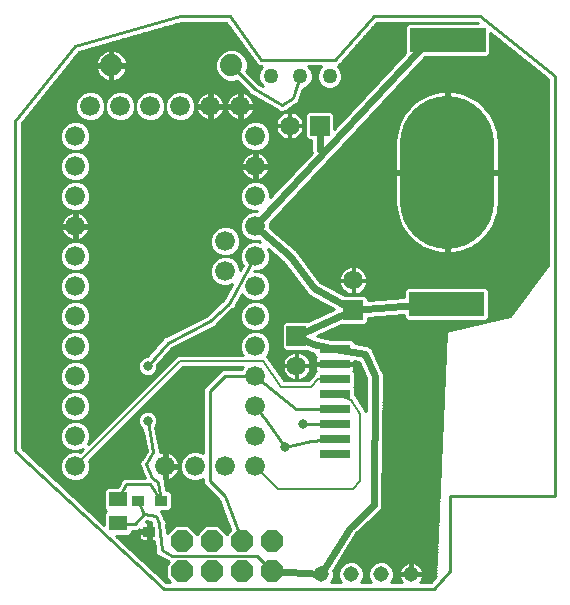
<source format=gtl>
G75*
%MOIN*%
%OFA0B0*%
%FSLAX25Y25*%
%IPPOS*%
%LPD*%
%AMOC8*
5,1,8,0,0,1.08239X$1,22.5*
%
%ADD10C,0.01000*%
%ADD11C,0.06600*%
%ADD12C,0.07400*%
%ADD13C,0.05150*%
%ADD14C,0.05000*%
%ADD15R,0.03937X0.03543*%
%ADD16R,0.10000X0.03000*%
%ADD17OC8,0.07200*%
%ADD18R,0.12500X0.08000*%
%ADD19C,0.31496*%
%ADD20R,0.06500X0.06500*%
%ADD21C,0.06500*%
%ADD22R,0.05906X0.05118*%
%ADD23C,0.02400*%
%ADD24C,0.03200*%
%ADD25C,0.00800*%
D10*
X0027908Y0029463D02*
X0031280Y0029463D01*
X0031280Y0030310D02*
X0031280Y0026329D01*
X0003700Y0051959D01*
X0003700Y0160228D01*
X0022779Y0184078D01*
X0056808Y0193800D01*
X0071880Y0193800D01*
X0081406Y0180709D01*
X0081406Y0180514D01*
X0081929Y0179991D01*
X0082364Y0179394D01*
X0082557Y0179363D01*
X0082695Y0179225D01*
X0083434Y0179225D01*
X0083874Y0179156D01*
X0083097Y0178379D01*
X0082457Y0176835D01*
X0082457Y0175165D01*
X0083097Y0173621D01*
X0084065Y0172653D01*
X0082855Y0173364D01*
X0078627Y0177606D01*
X0078987Y0178473D01*
X0078987Y0180621D01*
X0078165Y0182606D01*
X0076645Y0184125D01*
X0074661Y0184947D01*
X0072512Y0184947D01*
X0070528Y0184125D01*
X0069009Y0182606D01*
X0068187Y0180621D01*
X0068187Y0178473D01*
X0069009Y0176488D01*
X0070528Y0174969D01*
X0072512Y0174147D01*
X0074661Y0174147D01*
X0075511Y0174499D01*
X0079517Y0170480D01*
X0079596Y0170175D01*
X0080138Y0169857D01*
X0080581Y0169412D01*
X0080896Y0169411D01*
X0089030Y0164633D01*
X0089285Y0164275D01*
X0089785Y0164190D01*
X0090223Y0163933D01*
X0090648Y0164043D01*
X0091082Y0163970D01*
X0091496Y0164264D01*
X0091987Y0164391D01*
X0092209Y0164771D01*
X0095127Y0166842D01*
X0095783Y0167162D01*
X0095850Y0167356D01*
X0096017Y0167474D01*
X0096139Y0168195D01*
X0097388Y0171822D01*
X0098879Y0172439D01*
X0100061Y0173621D01*
X0100700Y0175165D01*
X0100700Y0176835D01*
X0100061Y0178379D01*
X0099214Y0179225D01*
X0103628Y0179225D01*
X0102782Y0178379D01*
X0102143Y0176835D01*
X0102143Y0175165D01*
X0102782Y0173621D01*
X0103963Y0172439D01*
X0105507Y0171800D01*
X0107178Y0171800D01*
X0108722Y0172439D01*
X0109903Y0173621D01*
X0110543Y0175165D01*
X0110543Y0176835D01*
X0109903Y0178379D01*
X0109037Y0179245D01*
X0109073Y0179280D01*
X0109150Y0179285D01*
X0109710Y0179917D01*
X0110306Y0180514D01*
X0110306Y0180592D01*
X0121991Y0193800D01*
X0155728Y0193800D01*
X0155853Y0193700D01*
X0132546Y0193700D01*
X0131550Y0192704D01*
X0131550Y0183747D01*
X0107950Y0158519D01*
X0107950Y0163454D01*
X0106954Y0164450D01*
X0099046Y0164450D01*
X0098050Y0163454D01*
X0098050Y0155546D01*
X0099046Y0154550D01*
X0100100Y0154550D01*
X0100100Y0150871D01*
X0100313Y0150356D01*
X0086500Y0135590D01*
X0086500Y0136995D01*
X0085739Y0138832D01*
X0084332Y0140239D01*
X0082495Y0141000D01*
X0080505Y0141000D01*
X0078668Y0140239D01*
X0077261Y0138832D01*
X0076500Y0136995D01*
X0076500Y0135005D01*
X0077261Y0133168D01*
X0078668Y0131761D01*
X0080505Y0131000D01*
X0078668Y0130239D01*
X0077261Y0128832D01*
X0076500Y0126995D01*
X0076500Y0125005D01*
X0077261Y0123168D01*
X0078668Y0121761D01*
X0080505Y0121000D01*
X0078668Y0120239D01*
X0077261Y0118832D01*
X0076500Y0116995D01*
X0076500Y0115005D01*
X0077261Y0113168D01*
X0077378Y0113051D01*
X0076500Y0111447D01*
X0076500Y0111995D01*
X0075739Y0113832D01*
X0074332Y0115239D01*
X0072495Y0116000D01*
X0074332Y0116761D01*
X0075739Y0118168D01*
X0076500Y0120005D01*
X0076500Y0121995D01*
X0075739Y0123832D01*
X0074332Y0125239D01*
X0072495Y0126000D01*
X0070505Y0126000D01*
X0068668Y0125239D01*
X0067261Y0123832D01*
X0066500Y0121995D01*
X0066500Y0120005D01*
X0067261Y0118168D01*
X0068668Y0116761D01*
X0070505Y0116000D01*
X0072495Y0116000D01*
X0070505Y0116000D01*
X0068668Y0115239D01*
X0067261Y0113832D01*
X0066500Y0111995D01*
X0066500Y0110005D01*
X0067261Y0108168D01*
X0068668Y0106761D01*
X0070505Y0106000D01*
X0072495Y0106000D01*
X0073818Y0106548D01*
X0071074Y0101534D01*
X0065265Y0096088D01*
X0051760Y0089336D01*
X0051276Y0089296D01*
X0050977Y0088944D01*
X0050563Y0088737D01*
X0050410Y0088277D01*
X0045587Y0082603D01*
X0045013Y0082603D01*
X0043800Y0082101D01*
X0042872Y0081172D01*
X0042369Y0079960D01*
X0042369Y0078647D01*
X0042872Y0077434D01*
X0043800Y0076506D01*
X0045013Y0076003D01*
X0046326Y0076003D01*
X0047539Y0076506D01*
X0048467Y0077434D01*
X0048969Y0078647D01*
X0048969Y0079789D01*
X0053748Y0085410D01*
X0067021Y0092047D01*
X0067375Y0092036D01*
X0067806Y0092439D01*
X0068334Y0092704D01*
X0068446Y0093040D01*
X0073956Y0098205D01*
X0074327Y0098314D01*
X0074596Y0098805D01*
X0075004Y0099188D01*
X0075017Y0099574D01*
X0077142Y0103456D01*
X0077261Y0103168D01*
X0078668Y0101761D01*
X0080505Y0101000D01*
X0078668Y0100239D01*
X0077261Y0098832D01*
X0076500Y0096995D01*
X0076500Y0095005D01*
X0077261Y0093168D01*
X0078668Y0091761D01*
X0080505Y0091000D01*
X0082495Y0091000D01*
X0084332Y0091761D01*
X0085739Y0093168D01*
X0086500Y0095005D01*
X0086500Y0096995D01*
X0085739Y0098832D01*
X0084332Y0100239D01*
X0082495Y0101000D01*
X0080505Y0101000D01*
X0082495Y0101000D01*
X0084332Y0101761D01*
X0085739Y0103168D01*
X0086500Y0105005D01*
X0086500Y0106995D01*
X0085739Y0108832D01*
X0084332Y0110239D01*
X0082495Y0111000D01*
X0084332Y0111761D01*
X0085739Y0113168D01*
X0086500Y0115005D01*
X0086500Y0116995D01*
X0085959Y0118299D01*
X0090893Y0114025D01*
X0098535Y0103976D01*
X0098540Y0103958D01*
X0098884Y0103517D01*
X0099222Y0103073D01*
X0099238Y0103063D01*
X0099249Y0103049D01*
X0099736Y0102773D01*
X0100219Y0102492D01*
X0100237Y0102489D01*
X0107767Y0098222D01*
X0099209Y0094371D01*
X0091321Y0094371D01*
X0090326Y0093375D01*
X0090326Y0085467D01*
X0091321Y0084471D01*
X0098655Y0084471D01*
X0099432Y0084080D01*
X0099732Y0083869D01*
X0099943Y0083823D01*
X0100135Y0083725D01*
X0100501Y0083698D01*
X0101300Y0083520D01*
X0101300Y0082796D01*
X0101754Y0082342D01*
X0101602Y0082079D01*
X0101500Y0081697D01*
X0101500Y0080250D01*
X0107750Y0080250D01*
X0107750Y0079750D01*
X0101500Y0079750D01*
X0101500Y0078303D01*
X0101602Y0077921D01*
X0101754Y0077658D01*
X0101300Y0077204D01*
X0101300Y0076770D01*
X0100400Y0075870D01*
X0099130Y0074600D01*
X0091088Y0074600D01*
X0086100Y0081667D01*
X0086100Y0081870D01*
X0085612Y0082358D01*
X0085329Y0082758D01*
X0085739Y0083168D01*
X0086500Y0085005D01*
X0086500Y0086995D01*
X0085739Y0088832D01*
X0084332Y0090239D01*
X0082495Y0091000D01*
X0080505Y0091000D01*
X0078668Y0090239D01*
X0077261Y0088832D01*
X0076500Y0086995D01*
X0076500Y0085005D01*
X0077261Y0083168D01*
X0077329Y0083100D01*
X0055630Y0083100D01*
X0025768Y0053238D01*
X0026500Y0055005D01*
X0026500Y0056995D01*
X0025739Y0058832D01*
X0024332Y0060239D01*
X0022495Y0061000D01*
X0024332Y0061761D01*
X0025739Y0063168D01*
X0026500Y0065005D01*
X0026500Y0066995D01*
X0025739Y0068832D01*
X0024332Y0070239D01*
X0022495Y0071000D01*
X0020505Y0071000D01*
X0018668Y0070239D01*
X0017261Y0068832D01*
X0016500Y0066995D01*
X0016500Y0065005D01*
X0017261Y0063168D01*
X0018668Y0061761D01*
X0020505Y0061000D01*
X0022495Y0061000D01*
X0020505Y0061000D01*
X0018668Y0060239D01*
X0017261Y0058832D01*
X0016500Y0056995D01*
X0016500Y0055005D01*
X0017261Y0053168D01*
X0018668Y0051761D01*
X0020505Y0051000D01*
X0018668Y0050239D01*
X0017261Y0048832D01*
X0016500Y0046995D01*
X0016500Y0045005D01*
X0017261Y0043168D01*
X0018668Y0041761D01*
X0020505Y0041000D01*
X0022495Y0041000D01*
X0024332Y0041761D01*
X0025739Y0043168D01*
X0026500Y0045005D01*
X0026500Y0046995D01*
X0026197Y0047727D01*
X0057370Y0078900D01*
X0077329Y0078900D01*
X0077261Y0078832D01*
X0076999Y0078200D01*
X0070589Y0078200D01*
X0069300Y0076911D01*
X0064300Y0071911D01*
X0064300Y0050252D01*
X0062495Y0051000D01*
X0060505Y0051000D01*
X0058668Y0050239D01*
X0057261Y0048832D01*
X0056500Y0046995D01*
X0056500Y0045005D01*
X0057261Y0043168D01*
X0058668Y0041761D01*
X0060505Y0041000D01*
X0062495Y0041000D01*
X0064300Y0041748D01*
X0064300Y0040089D01*
X0065589Y0038800D01*
X0069601Y0034787D01*
X0073275Y0024770D01*
X0072000Y0023495D01*
X0069195Y0026300D01*
X0064805Y0026300D01*
X0062000Y0023495D01*
X0059195Y0026300D01*
X0054805Y0026300D01*
X0052085Y0023580D01*
X0051811Y0026597D01*
X0051982Y0027110D01*
X0051806Y0027460D01*
X0051806Y0027852D01*
X0051414Y0028244D01*
X0050730Y0029612D01*
X0050761Y0029765D01*
X0050332Y0030410D01*
X0050060Y0030954D01*
X0052873Y0030954D01*
X0053869Y0031949D01*
X0053869Y0036901D01*
X0052873Y0037897D01*
X0051883Y0037897D01*
X0051510Y0040273D01*
X0051568Y0040370D01*
X0051371Y0041159D01*
X0051245Y0041962D01*
X0051153Y0042028D01*
X0051126Y0042138D01*
X0051000Y0042214D01*
X0051000Y0045500D01*
X0052000Y0045500D01*
X0052000Y0046500D01*
X0051000Y0046500D01*
X0051000Y0050781D01*
X0050376Y0050682D01*
X0049913Y0050531D01*
X0049789Y0051031D01*
X0048286Y0059143D01*
X0048467Y0059324D01*
X0048969Y0060536D01*
X0048969Y0061849D01*
X0048467Y0063062D01*
X0047539Y0063991D01*
X0046326Y0064493D01*
X0045013Y0064493D01*
X0043800Y0063991D01*
X0042872Y0063062D01*
X0042369Y0061849D01*
X0042369Y0060536D01*
X0042872Y0059324D01*
X0043800Y0058395D01*
X0043962Y0058328D01*
X0045323Y0050981D01*
X0043761Y0048378D01*
X0043588Y0048306D01*
X0043304Y0047616D01*
X0042920Y0046976D01*
X0042966Y0046794D01*
X0042894Y0046621D01*
X0043181Y0045932D01*
X0043362Y0045208D01*
X0043523Y0045112D01*
X0044764Y0042133D01*
X0039128Y0042133D01*
X0038805Y0042304D01*
X0038251Y0042133D01*
X0037671Y0042133D01*
X0037413Y0041875D01*
X0037064Y0041767D01*
X0036793Y0041254D01*
X0036383Y0040844D01*
X0036383Y0040479D01*
X0035696Y0039180D01*
X0032276Y0039180D01*
X0031280Y0038184D01*
X0031280Y0031658D01*
X0031954Y0030984D01*
X0031280Y0030310D01*
X0031431Y0030461D02*
X0026833Y0030461D01*
X0025759Y0031460D02*
X0031479Y0031460D01*
X0031280Y0032458D02*
X0024684Y0032458D01*
X0023610Y0033457D02*
X0031280Y0033457D01*
X0031280Y0034455D02*
X0022535Y0034455D01*
X0021461Y0035454D02*
X0031280Y0035454D01*
X0031280Y0036452D02*
X0020386Y0036452D01*
X0019312Y0037451D02*
X0031280Y0037451D01*
X0031545Y0038449D02*
X0018237Y0038449D01*
X0017163Y0039448D02*
X0035838Y0039448D01*
X0036366Y0040446D02*
X0016088Y0040446D01*
X0015014Y0041445D02*
X0019431Y0041445D01*
X0017985Y0042443D02*
X0013939Y0042443D01*
X0012865Y0043442D02*
X0017148Y0043442D01*
X0016734Y0044440D02*
X0011790Y0044440D01*
X0010716Y0045439D02*
X0016500Y0045439D01*
X0016500Y0046437D02*
X0009641Y0046437D01*
X0008567Y0047436D02*
X0016683Y0047436D01*
X0017096Y0048434D02*
X0007492Y0048434D01*
X0006418Y0049433D02*
X0017862Y0049433D01*
X0019133Y0050432D02*
X0005344Y0050432D01*
X0004269Y0051430D02*
X0019467Y0051430D01*
X0020505Y0051000D02*
X0022495Y0051000D01*
X0020505Y0051000D01*
X0022495Y0051000D02*
X0023227Y0050697D01*
X0024262Y0051732D01*
X0022495Y0051000D01*
X0023533Y0051430D02*
X0023960Y0051430D01*
X0025846Y0053427D02*
X0025957Y0053427D01*
X0026260Y0054426D02*
X0026956Y0054426D01*
X0026500Y0055424D02*
X0027954Y0055424D01*
X0028953Y0056423D02*
X0026500Y0056423D01*
X0026323Y0057421D02*
X0029951Y0057421D01*
X0030950Y0058420D02*
X0025910Y0058420D01*
X0025153Y0059418D02*
X0031948Y0059418D01*
X0032947Y0060417D02*
X0023903Y0060417D01*
X0023497Y0061415D02*
X0033945Y0061415D01*
X0034944Y0062414D02*
X0024985Y0062414D01*
X0025840Y0063412D02*
X0035942Y0063412D01*
X0036941Y0064411D02*
X0026254Y0064411D01*
X0026500Y0065409D02*
X0037939Y0065409D01*
X0038938Y0066408D02*
X0026500Y0066408D01*
X0026329Y0067406D02*
X0039936Y0067406D01*
X0040935Y0068405D02*
X0025916Y0068405D01*
X0025168Y0069403D02*
X0041933Y0069403D01*
X0042932Y0070402D02*
X0023939Y0070402D01*
X0023461Y0071400D02*
X0043930Y0071400D01*
X0044929Y0072399D02*
X0024970Y0072399D01*
X0024332Y0071761D02*
X0025739Y0073168D01*
X0026500Y0075005D01*
X0026500Y0076995D01*
X0025739Y0078832D01*
X0024332Y0080239D01*
X0022495Y0081000D01*
X0020505Y0081000D01*
X0018668Y0080239D01*
X0017261Y0078832D01*
X0016500Y0076995D01*
X0016500Y0075005D01*
X0017261Y0073168D01*
X0018668Y0071761D01*
X0020505Y0071000D01*
X0022495Y0071000D01*
X0024332Y0071761D01*
X0025834Y0073397D02*
X0045927Y0073397D01*
X0046926Y0074396D02*
X0026247Y0074396D01*
X0026500Y0075394D02*
X0047924Y0075394D01*
X0047266Y0076393D02*
X0048923Y0076393D01*
X0048424Y0077391D02*
X0049921Y0077391D01*
X0050920Y0078390D02*
X0048863Y0078390D01*
X0048969Y0079388D02*
X0051919Y0079388D01*
X0052917Y0080387D02*
X0049478Y0080387D01*
X0050327Y0081385D02*
X0053916Y0081385D01*
X0054914Y0082384D02*
X0051175Y0082384D01*
X0052024Y0083382D02*
X0077172Y0083382D01*
X0076759Y0084381D02*
X0052873Y0084381D01*
X0053721Y0085379D02*
X0076500Y0085379D01*
X0076500Y0086378D02*
X0055683Y0086378D01*
X0057680Y0087376D02*
X0076658Y0087376D01*
X0077072Y0088375D02*
X0059677Y0088375D01*
X0061674Y0089373D02*
X0077802Y0089373D01*
X0078989Y0090372D02*
X0063671Y0090372D01*
X0065668Y0091370D02*
X0079611Y0091370D01*
X0078060Y0092369D02*
X0067731Y0092369D01*
X0068796Y0093368D02*
X0077178Y0093368D01*
X0076765Y0094366D02*
X0069861Y0094366D01*
X0070926Y0095365D02*
X0076500Y0095365D01*
X0076500Y0096363D02*
X0071991Y0096363D01*
X0073056Y0097362D02*
X0076652Y0097362D01*
X0077066Y0098360D02*
X0074352Y0098360D01*
X0075010Y0099359D02*
X0077788Y0099359D01*
X0078953Y0100357D02*
X0075445Y0100357D01*
X0075992Y0101356D02*
X0079647Y0101356D01*
X0078075Y0102354D02*
X0076539Y0102354D01*
X0077085Y0103353D02*
X0077185Y0103353D01*
X0073162Y0105350D02*
X0026500Y0105350D01*
X0026500Y0105005D02*
X0025739Y0103168D01*
X0024332Y0101761D01*
X0022495Y0101000D01*
X0020505Y0101000D01*
X0018668Y0100239D01*
X0017261Y0098832D01*
X0016500Y0096995D01*
X0016500Y0095005D01*
X0017261Y0093168D01*
X0018668Y0091761D01*
X0020505Y0091000D01*
X0018668Y0090239D01*
X0017261Y0088832D01*
X0016500Y0086995D01*
X0016500Y0085005D01*
X0017261Y0083168D01*
X0018668Y0081761D01*
X0020505Y0081000D01*
X0022495Y0081000D01*
X0024332Y0081761D01*
X0025739Y0083168D01*
X0026500Y0085005D01*
X0026500Y0086995D01*
X0025739Y0088832D01*
X0024332Y0090239D01*
X0022495Y0091000D01*
X0020505Y0091000D01*
X0022495Y0091000D01*
X0024332Y0091761D01*
X0025739Y0093168D01*
X0026500Y0095005D01*
X0026500Y0096995D01*
X0025739Y0098832D01*
X0024332Y0100239D01*
X0022495Y0101000D01*
X0020505Y0101000D01*
X0018668Y0101761D01*
X0017261Y0103168D01*
X0016500Y0105005D01*
X0016500Y0106995D01*
X0017261Y0108832D01*
X0018668Y0110239D01*
X0020505Y0111000D01*
X0022495Y0111000D01*
X0024332Y0110239D01*
X0025739Y0108832D01*
X0026500Y0106995D01*
X0026500Y0105005D01*
X0026229Y0104351D02*
X0072616Y0104351D01*
X0072069Y0103353D02*
X0025815Y0103353D01*
X0024925Y0102354D02*
X0071523Y0102354D01*
X0070883Y0101356D02*
X0023353Y0101356D01*
X0024047Y0100357D02*
X0069818Y0100357D01*
X0068753Y0099359D02*
X0025212Y0099359D01*
X0025934Y0098360D02*
X0067688Y0098360D01*
X0066623Y0097362D02*
X0026348Y0097362D01*
X0026500Y0096363D02*
X0065558Y0096363D01*
X0063818Y0095365D02*
X0026500Y0095365D01*
X0026235Y0094366D02*
X0061821Y0094366D01*
X0059824Y0093368D02*
X0025822Y0093368D01*
X0024940Y0092369D02*
X0057827Y0092369D01*
X0055830Y0091370D02*
X0023389Y0091370D01*
X0024011Y0090372D02*
X0053833Y0090372D01*
X0051835Y0089373D02*
X0025198Y0089373D01*
X0025928Y0088375D02*
X0050442Y0088375D01*
X0049644Y0087376D02*
X0026342Y0087376D01*
X0026500Y0086378D02*
X0048796Y0086378D01*
X0047947Y0085379D02*
X0026500Y0085379D01*
X0026241Y0084381D02*
X0047098Y0084381D01*
X0046249Y0083382D02*
X0025828Y0083382D01*
X0024955Y0082384D02*
X0044484Y0082384D01*
X0043085Y0081385D02*
X0023425Y0081385D01*
X0023975Y0080387D02*
X0042546Y0080387D01*
X0042369Y0079388D02*
X0025183Y0079388D01*
X0025922Y0078390D02*
X0042476Y0078390D01*
X0042914Y0077391D02*
X0026336Y0077391D01*
X0026500Y0076393D02*
X0044072Y0076393D01*
X0045669Y0079303D02*
X0052362Y0087177D01*
X0066535Y0094264D01*
X0072835Y0100169D01*
X0081500Y0116000D01*
X0083317Y0111341D02*
X0092935Y0111341D01*
X0093694Y0110342D02*
X0084083Y0110342D01*
X0085227Y0109344D02*
X0094453Y0109344D01*
X0095213Y0108345D02*
X0085941Y0108345D01*
X0086354Y0107347D02*
X0095972Y0107347D01*
X0096731Y0106348D02*
X0086500Y0106348D01*
X0086500Y0105350D02*
X0097491Y0105350D01*
X0098250Y0104351D02*
X0086229Y0104351D01*
X0085815Y0103353D02*
X0099009Y0103353D01*
X0100475Y0102354D02*
X0084925Y0102354D01*
X0083353Y0101356D02*
X0102237Y0101356D01*
X0103999Y0100357D02*
X0084047Y0100357D01*
X0085212Y0099359D02*
X0105762Y0099359D01*
X0105854Y0097362D02*
X0086348Y0097362D01*
X0086500Y0096363D02*
X0103635Y0096363D01*
X0101416Y0095365D02*
X0086500Y0095365D01*
X0086235Y0094366D02*
X0091316Y0094366D01*
X0090326Y0093368D02*
X0085822Y0093368D01*
X0084940Y0092369D02*
X0090326Y0092369D01*
X0090326Y0091370D02*
X0083389Y0091370D01*
X0084011Y0090372D02*
X0090326Y0090372D01*
X0090326Y0089373D02*
X0085198Y0089373D01*
X0085928Y0088375D02*
X0090326Y0088375D01*
X0090326Y0087376D02*
X0086342Y0087376D01*
X0086500Y0086378D02*
X0090326Y0086378D01*
X0090413Y0085379D02*
X0086500Y0085379D01*
X0086241Y0084381D02*
X0098834Y0084381D01*
X0097905Y0083382D02*
X0101300Y0083382D01*
X0101712Y0082384D02*
X0098994Y0082384D01*
X0098899Y0082516D02*
X0098370Y0083044D01*
X0097765Y0083484D01*
X0097099Y0083823D01*
X0096388Y0084054D01*
X0095649Y0084171D01*
X0095465Y0084171D01*
X0095465Y0079610D01*
X0100026Y0079610D01*
X0100026Y0079795D01*
X0099909Y0080534D01*
X0099678Y0081245D01*
X0099338Y0081911D01*
X0098899Y0082516D01*
X0099606Y0081385D02*
X0101500Y0081385D01*
X0101500Y0080387D02*
X0099932Y0080387D01*
X0100026Y0079232D02*
X0095465Y0079232D01*
X0095465Y0079610D01*
X0095087Y0079610D01*
X0095087Y0084171D01*
X0094902Y0084171D01*
X0094163Y0084054D01*
X0093452Y0083823D01*
X0092786Y0083484D01*
X0092181Y0083044D01*
X0091652Y0082516D01*
X0091213Y0081911D01*
X0090874Y0081245D01*
X0090643Y0080534D01*
X0090526Y0079795D01*
X0090526Y0079610D01*
X0095087Y0079610D01*
X0095087Y0079232D01*
X0095465Y0079232D01*
X0095465Y0074671D01*
X0095649Y0074671D01*
X0096388Y0074788D01*
X0097099Y0075019D01*
X0097765Y0075359D01*
X0098370Y0075798D01*
X0098899Y0076327D01*
X0099338Y0076932D01*
X0099678Y0077598D01*
X0099909Y0078309D01*
X0100026Y0079047D01*
X0100026Y0079232D01*
X0099921Y0078390D02*
X0101500Y0078390D01*
X0101500Y0079388D02*
X0095465Y0079388D01*
X0095087Y0079388D02*
X0087708Y0079388D01*
X0088413Y0078390D02*
X0090630Y0078390D01*
X0090643Y0078309D02*
X0090874Y0077598D01*
X0091213Y0076932D01*
X0091652Y0076327D01*
X0092181Y0075798D01*
X0092786Y0075359D01*
X0093452Y0075019D01*
X0094163Y0074788D01*
X0094902Y0074671D01*
X0095087Y0074671D01*
X0095087Y0079232D01*
X0090526Y0079232D01*
X0090526Y0079047D01*
X0090643Y0078309D01*
X0090979Y0077391D02*
X0089118Y0077391D01*
X0089823Y0076393D02*
X0091605Y0076393D01*
X0090527Y0075394D02*
X0092737Y0075394D01*
X0095087Y0075394D02*
X0095465Y0075394D01*
X0095465Y0076393D02*
X0095087Y0076393D01*
X0095087Y0077391D02*
X0095465Y0077391D01*
X0095465Y0078390D02*
X0095087Y0078390D01*
X0095087Y0080387D02*
X0095465Y0080387D01*
X0095465Y0081385D02*
X0095087Y0081385D01*
X0095087Y0082384D02*
X0095465Y0082384D01*
X0095465Y0083382D02*
X0095087Y0083382D01*
X0092646Y0083382D02*
X0085828Y0083382D01*
X0085594Y0082384D02*
X0091557Y0082384D01*
X0090945Y0081385D02*
X0086298Y0081385D01*
X0087003Y0080387D02*
X0090619Y0080387D01*
X0097814Y0075394D02*
X0099924Y0075394D01*
X0098947Y0076393D02*
X0100923Y0076393D01*
X0101487Y0077391D02*
X0099572Y0077391D01*
X0108250Y0079750D02*
X0108250Y0080250D01*
X0114500Y0080250D01*
X0114500Y0081093D01*
X0116030Y0080863D01*
X0118593Y0075373D01*
X0118466Y0064504D01*
X0118132Y0064838D01*
X0115336Y0069032D01*
X0115035Y0069676D01*
X0114865Y0069738D01*
X0114765Y0069889D01*
X0114700Y0069902D01*
X0114700Y0072204D01*
X0114404Y0072500D01*
X0114700Y0072796D01*
X0114700Y0077204D01*
X0114246Y0077658D01*
X0114398Y0077921D01*
X0114500Y0078303D01*
X0114500Y0079750D01*
X0108250Y0079750D01*
X0114500Y0079388D02*
X0116719Y0079388D01*
X0117184Y0078390D02*
X0114500Y0078390D01*
X0114513Y0077391D02*
X0117650Y0077391D01*
X0118116Y0076393D02*
X0114700Y0076393D01*
X0114700Y0075394D02*
X0118582Y0075394D01*
X0118581Y0074396D02*
X0114700Y0074396D01*
X0114700Y0073397D02*
X0118570Y0073397D01*
X0118558Y0072399D02*
X0114505Y0072399D01*
X0114700Y0071400D02*
X0118546Y0071400D01*
X0118535Y0070402D02*
X0114700Y0070402D01*
X0115163Y0069403D02*
X0118523Y0069403D01*
X0118512Y0068405D02*
X0115754Y0068405D01*
X0116420Y0067406D02*
X0118500Y0067406D01*
X0118488Y0066408D02*
X0117085Y0066408D01*
X0117751Y0065409D02*
X0118477Y0065409D01*
X0124277Y0065409D02*
X0143946Y0065409D01*
X0143905Y0064411D02*
X0124265Y0064411D01*
X0124254Y0063412D02*
X0143864Y0063412D01*
X0143823Y0062414D02*
X0124242Y0062414D01*
X0124231Y0061415D02*
X0143782Y0061415D01*
X0143741Y0060417D02*
X0124219Y0060417D01*
X0124207Y0059418D02*
X0143700Y0059418D01*
X0143658Y0058420D02*
X0124196Y0058420D01*
X0124184Y0057421D02*
X0143617Y0057421D01*
X0143576Y0056423D02*
X0124173Y0056423D01*
X0124161Y0055424D02*
X0143535Y0055424D01*
X0143494Y0054426D02*
X0124149Y0054426D01*
X0124138Y0053427D02*
X0143453Y0053427D01*
X0143412Y0052429D02*
X0124126Y0052429D01*
X0124114Y0051430D02*
X0143371Y0051430D01*
X0143330Y0050432D02*
X0124103Y0050432D01*
X0124091Y0049433D02*
X0143288Y0049433D01*
X0143247Y0048434D02*
X0124080Y0048434D01*
X0124068Y0047436D02*
X0143206Y0047436D01*
X0143165Y0046437D02*
X0124056Y0046437D01*
X0124045Y0045439D02*
X0143124Y0045439D01*
X0143083Y0044440D02*
X0124033Y0044440D01*
X0124022Y0043442D02*
X0143042Y0043442D01*
X0143001Y0042443D02*
X0124010Y0042443D01*
X0123998Y0041445D02*
X0142959Y0041445D01*
X0142918Y0040446D02*
X0123987Y0040446D01*
X0123975Y0039448D02*
X0142877Y0039448D01*
X0142836Y0038449D02*
X0123964Y0038449D01*
X0123952Y0037451D02*
X0142795Y0037451D01*
X0142754Y0036452D02*
X0123940Y0036452D01*
X0123929Y0035454D02*
X0142713Y0035454D01*
X0142672Y0034455D02*
X0123917Y0034455D01*
X0123906Y0033512D02*
X0124394Y0075473D01*
X0124423Y0075551D01*
X0124401Y0076047D01*
X0124406Y0076543D01*
X0124376Y0076620D01*
X0124372Y0076704D01*
X0124162Y0077153D01*
X0123977Y0077614D01*
X0123919Y0077674D01*
X0120747Y0084472D01*
X0120675Y0084760D01*
X0120505Y0084990D01*
X0120384Y0085249D01*
X0120165Y0085449D01*
X0119989Y0085688D01*
X0119744Y0085835D01*
X0119533Y0086028D01*
X0119255Y0086130D01*
X0119001Y0086282D01*
X0118718Y0086325D01*
X0118449Y0086423D01*
X0118153Y0086409D01*
X0114700Y0086927D01*
X0114700Y0087204D01*
X0113704Y0088200D01*
X0106971Y0088200D01*
X0102059Y0089293D01*
X0110240Y0092975D01*
X0118127Y0092975D01*
X0119123Y0093971D01*
X0119123Y0095429D01*
X0131050Y0096426D01*
X0131050Y0095296D01*
X0132046Y0094300D01*
X0158454Y0094300D01*
X0159450Y0095296D01*
X0159450Y0104704D01*
X0158454Y0105700D01*
X0132046Y0105700D01*
X0131050Y0104704D01*
X0131050Y0102246D01*
X0119123Y0101249D01*
X0119123Y0101879D01*
X0118127Y0102875D01*
X0111320Y0102875D01*
X0103129Y0107517D01*
X0095492Y0117560D01*
X0095355Y0117834D01*
X0095146Y0118015D01*
X0094979Y0118234D01*
X0094714Y0118389D01*
X0086500Y0125505D01*
X0086500Y0126995D01*
X0086470Y0127068D01*
X0105915Y0147854D01*
X0105915Y0147854D01*
X0106276Y0148240D01*
X0106650Y0148614D01*
X0106669Y0148660D01*
X0138139Y0182300D01*
X0146454Y0182300D01*
X0158954Y0182300D01*
X0159950Y0183296D01*
X0159950Y0190423D01*
X0179300Y0174943D01*
X0179300Y0113067D01*
X0166500Y0096000D01*
X0145000Y0091000D01*
X0141621Y0008933D01*
X0140032Y0007200D01*
X0136463Y0007200D01*
X0136608Y0007345D01*
X0136985Y0007864D01*
X0137276Y0008436D01*
X0137474Y0009046D01*
X0137575Y0009679D01*
X0137575Y0009713D01*
X0133787Y0009713D01*
X0133787Y0010287D01*
X0133213Y0010287D01*
X0133213Y0009713D01*
X0129425Y0009713D01*
X0129425Y0009679D01*
X0129526Y0009046D01*
X0129724Y0008436D01*
X0130015Y0007864D01*
X0130392Y0007345D01*
X0130537Y0007200D01*
X0126745Y0007200D01*
X0127124Y0007579D01*
X0127775Y0009150D01*
X0127775Y0010850D01*
X0127124Y0012421D01*
X0125921Y0013624D01*
X0124350Y0014275D01*
X0122650Y0014275D01*
X0121079Y0013624D01*
X0119876Y0012421D01*
X0119225Y0010850D01*
X0119225Y0009150D01*
X0119876Y0007579D01*
X0120255Y0007200D01*
X0116745Y0007200D01*
X0117124Y0007579D01*
X0117775Y0009150D01*
X0117775Y0010850D01*
X0117124Y0012421D01*
X0115921Y0013624D01*
X0114350Y0014275D01*
X0112650Y0014275D01*
X0111079Y0013624D01*
X0109876Y0012421D01*
X0109225Y0010850D01*
X0109225Y0009150D01*
X0109876Y0007579D01*
X0110255Y0007200D01*
X0106745Y0007200D01*
X0107124Y0007579D01*
X0107775Y0009150D01*
X0107775Y0010850D01*
X0107633Y0011193D01*
X0115268Y0023652D01*
X0122585Y0030511D01*
X0122614Y0030523D01*
X0123005Y0030905D01*
X0123404Y0031279D01*
X0123417Y0031307D01*
X0123439Y0031329D01*
X0123654Y0031832D01*
X0123880Y0032330D01*
X0123881Y0032361D01*
X0123893Y0032389D01*
X0123899Y0032936D01*
X0123917Y0033483D01*
X0123906Y0033512D01*
X0123916Y0033457D02*
X0142631Y0033457D01*
X0142589Y0032458D02*
X0123894Y0032458D01*
X0123495Y0031460D02*
X0142548Y0031460D01*
X0142507Y0030461D02*
X0122532Y0030461D01*
X0121467Y0029463D02*
X0142466Y0029463D01*
X0142425Y0028464D02*
X0120402Y0028464D01*
X0119337Y0027466D02*
X0142384Y0027466D01*
X0142343Y0026467D02*
X0118272Y0026467D01*
X0117207Y0025469D02*
X0142302Y0025469D01*
X0142261Y0024470D02*
X0116142Y0024470D01*
X0115158Y0023472D02*
X0142219Y0023472D01*
X0142178Y0022473D02*
X0114546Y0022473D01*
X0113934Y0021475D02*
X0142137Y0021475D01*
X0142096Y0020476D02*
X0113322Y0020476D01*
X0112710Y0019478D02*
X0142055Y0019478D01*
X0142014Y0018479D02*
X0112098Y0018479D01*
X0111486Y0017481D02*
X0141973Y0017481D01*
X0141932Y0016482D02*
X0110874Y0016482D01*
X0110262Y0015484D02*
X0141891Y0015484D01*
X0141849Y0014485D02*
X0109650Y0014485D01*
X0109038Y0013487D02*
X0110941Y0013487D01*
X0109943Y0012488D02*
X0108426Y0012488D01*
X0107814Y0011490D02*
X0109490Y0011490D01*
X0109225Y0010491D02*
X0107775Y0010491D01*
X0107775Y0009493D02*
X0109225Y0009493D01*
X0109497Y0008494D02*
X0107503Y0008494D01*
X0107041Y0007496D02*
X0109959Y0007496D01*
X0117041Y0007496D02*
X0119959Y0007496D01*
X0119497Y0008494D02*
X0117503Y0008494D01*
X0117775Y0009493D02*
X0119225Y0009493D01*
X0119225Y0010491D02*
X0117775Y0010491D01*
X0117510Y0011490D02*
X0119490Y0011490D01*
X0119943Y0012488D02*
X0117057Y0012488D01*
X0116059Y0013487D02*
X0120941Y0013487D01*
X0126059Y0013487D02*
X0131367Y0013487D01*
X0131364Y0013485D02*
X0130845Y0013108D01*
X0130392Y0012655D01*
X0130015Y0012136D01*
X0129724Y0011564D01*
X0129526Y0010954D01*
X0129425Y0010321D01*
X0129425Y0010287D01*
X0133213Y0010287D01*
X0133213Y0014075D01*
X0133179Y0014075D01*
X0132546Y0013974D01*
X0131936Y0013776D01*
X0131364Y0013485D01*
X0130271Y0012488D02*
X0127057Y0012488D01*
X0127510Y0011490D02*
X0129699Y0011490D01*
X0129452Y0010491D02*
X0127775Y0010491D01*
X0127775Y0009493D02*
X0129455Y0009493D01*
X0129705Y0008494D02*
X0127503Y0008494D01*
X0127041Y0007496D02*
X0130283Y0007496D01*
X0133213Y0010491D02*
X0133787Y0010491D01*
X0133787Y0010287D02*
X0133787Y0014075D01*
X0133821Y0014075D01*
X0134454Y0013974D01*
X0135064Y0013776D01*
X0135636Y0013485D01*
X0136155Y0013108D01*
X0136608Y0012655D01*
X0136985Y0012136D01*
X0137276Y0011564D01*
X0137474Y0010954D01*
X0137575Y0010321D01*
X0137575Y0010287D01*
X0133787Y0010287D01*
X0133787Y0011490D02*
X0133213Y0011490D01*
X0133213Y0012488D02*
X0133787Y0012488D01*
X0133787Y0013487D02*
X0133213Y0013487D01*
X0135633Y0013487D02*
X0141808Y0013487D01*
X0141767Y0012488D02*
X0136729Y0012488D01*
X0137301Y0011490D02*
X0141726Y0011490D01*
X0141685Y0010491D02*
X0137548Y0010491D01*
X0137545Y0009493D02*
X0141644Y0009493D01*
X0141218Y0008494D02*
X0137295Y0008494D01*
X0136717Y0007496D02*
X0140303Y0007496D01*
X0141000Y0005000D02*
X0051000Y0005000D01*
X0001500Y0051000D01*
X0001500Y0161000D01*
X0021500Y0186000D01*
X0056500Y0196000D01*
X0073000Y0196000D01*
X0083606Y0181425D01*
X0108106Y0181425D01*
X0121000Y0196000D01*
X0156500Y0196000D01*
X0181500Y0176000D01*
X0181500Y0036000D01*
X0146500Y0036000D01*
X0146500Y0011000D01*
X0141000Y0005000D01*
X0108000Y0055000D02*
X0100000Y0054500D01*
X0091500Y0052500D01*
X0085000Y0061500D01*
X0081500Y0066000D01*
X0081500Y0076000D02*
X0071500Y0076000D01*
X0066500Y0071000D01*
X0066500Y0041000D01*
X0071500Y0036000D01*
X0077000Y0021000D01*
X0072975Y0024470D02*
X0071025Y0024470D01*
X0070027Y0025469D02*
X0073018Y0025469D01*
X0072652Y0026467D02*
X0051823Y0026467D01*
X0051806Y0027466D02*
X0072286Y0027466D01*
X0071920Y0028464D02*
X0051304Y0028464D01*
X0050805Y0029463D02*
X0071554Y0029463D01*
X0071188Y0030461D02*
X0050306Y0030461D01*
X0053380Y0031460D02*
X0070822Y0031460D01*
X0070455Y0032458D02*
X0053869Y0032458D01*
X0053869Y0033457D02*
X0070089Y0033457D01*
X0069723Y0034455D02*
X0053869Y0034455D01*
X0053869Y0035454D02*
X0068935Y0035454D01*
X0067936Y0036452D02*
X0053869Y0036452D01*
X0053319Y0037451D02*
X0066938Y0037451D01*
X0065939Y0038449D02*
X0051796Y0038449D01*
X0051639Y0039448D02*
X0064941Y0039448D01*
X0064300Y0040446D02*
X0051549Y0040446D01*
X0052000Y0041219D02*
X0052624Y0041318D01*
X0053343Y0041552D01*
X0054016Y0041895D01*
X0054627Y0042339D01*
X0055161Y0042873D01*
X0055605Y0043484D01*
X0055948Y0044157D01*
X0056182Y0044876D01*
X0056281Y0045500D01*
X0052000Y0045500D01*
X0052000Y0041219D01*
X0052000Y0041445D02*
X0051326Y0041445D01*
X0051000Y0042443D02*
X0052000Y0042443D01*
X0052000Y0043442D02*
X0051000Y0043442D01*
X0051000Y0044440D02*
X0052000Y0044440D01*
X0052000Y0045439D02*
X0051000Y0045439D01*
X0052000Y0046437D02*
X0056500Y0046437D01*
X0056281Y0046500D02*
X0056182Y0047124D01*
X0055948Y0047843D01*
X0055605Y0048516D01*
X0055161Y0049127D01*
X0054627Y0049661D01*
X0054016Y0050105D01*
X0053343Y0050448D01*
X0052624Y0050682D01*
X0052000Y0050781D01*
X0052000Y0046500D01*
X0056281Y0046500D01*
X0056080Y0047436D02*
X0056683Y0047436D01*
X0057096Y0048434D02*
X0055647Y0048434D01*
X0054855Y0049433D02*
X0057862Y0049433D01*
X0059133Y0050432D02*
X0053376Y0050432D01*
X0052000Y0050432D02*
X0051000Y0050432D01*
X0051000Y0049433D02*
X0052000Y0049433D01*
X0052000Y0048434D02*
X0051000Y0048434D01*
X0051000Y0047436D02*
X0052000Y0047436D01*
X0049715Y0051430D02*
X0064300Y0051430D01*
X0064300Y0050432D02*
X0063867Y0050432D01*
X0064300Y0052429D02*
X0049530Y0052429D01*
X0049345Y0053427D02*
X0064300Y0053427D01*
X0064300Y0054426D02*
X0049160Y0054426D01*
X0048975Y0055424D02*
X0064300Y0055424D01*
X0064300Y0056423D02*
X0048790Y0056423D01*
X0048605Y0057421D02*
X0064300Y0057421D01*
X0064300Y0058420D02*
X0048420Y0058420D01*
X0048506Y0059418D02*
X0064300Y0059418D01*
X0064300Y0060417D02*
X0048920Y0060417D01*
X0048969Y0061415D02*
X0064300Y0061415D01*
X0064300Y0062414D02*
X0048736Y0062414D01*
X0048117Y0063412D02*
X0064300Y0063412D01*
X0064300Y0064411D02*
X0046524Y0064411D01*
X0044814Y0064411D02*
X0042881Y0064411D01*
X0043222Y0063412D02*
X0041882Y0063412D01*
X0042603Y0062414D02*
X0040884Y0062414D01*
X0039885Y0061415D02*
X0042369Y0061415D01*
X0042419Y0060417D02*
X0038886Y0060417D01*
X0037888Y0059418D02*
X0042833Y0059418D01*
X0043776Y0058420D02*
X0036889Y0058420D01*
X0035891Y0057421D02*
X0044130Y0057421D01*
X0044315Y0056423D02*
X0034892Y0056423D01*
X0033894Y0055424D02*
X0044500Y0055424D01*
X0044685Y0054426D02*
X0032895Y0054426D01*
X0031897Y0053427D02*
X0044870Y0053427D01*
X0045055Y0052429D02*
X0030898Y0052429D01*
X0029900Y0051430D02*
X0045240Y0051430D01*
X0044993Y0050432D02*
X0028901Y0050432D01*
X0027903Y0049433D02*
X0044394Y0049433D01*
X0043795Y0048434D02*
X0026904Y0048434D01*
X0026317Y0047436D02*
X0043196Y0047436D01*
X0042971Y0046437D02*
X0026500Y0046437D01*
X0026500Y0045439D02*
X0043305Y0045439D01*
X0043803Y0044440D02*
X0026266Y0044440D01*
X0025852Y0043442D02*
X0044219Y0043442D01*
X0044635Y0042443D02*
X0025014Y0042443D01*
X0023569Y0041445D02*
X0036893Y0041445D01*
X0038583Y0039933D02*
X0046457Y0039933D01*
X0050201Y0034425D01*
X0049213Y0040720D01*
X0047244Y0041902D01*
X0045276Y0046626D01*
X0047638Y0050563D01*
X0045669Y0061193D01*
X0043879Y0065409D02*
X0064300Y0065409D01*
X0064300Y0066408D02*
X0044878Y0066408D01*
X0045876Y0067406D02*
X0064300Y0067406D01*
X0064300Y0068405D02*
X0046875Y0068405D01*
X0047873Y0069403D02*
X0064300Y0069403D01*
X0064300Y0070402D02*
X0048872Y0070402D01*
X0049870Y0071400D02*
X0064300Y0071400D01*
X0064787Y0072399D02*
X0050869Y0072399D01*
X0051867Y0073397D02*
X0065786Y0073397D01*
X0066785Y0074396D02*
X0052866Y0074396D01*
X0053864Y0075394D02*
X0067783Y0075394D01*
X0068782Y0076393D02*
X0054863Y0076393D01*
X0055861Y0077391D02*
X0069780Y0077391D01*
X0077078Y0078390D02*
X0056860Y0078390D01*
X0081500Y0076000D02*
X0095000Y0065000D01*
X0108000Y0065000D01*
X0108000Y0060000D02*
X0097500Y0060000D01*
X0114500Y0080387D02*
X0116253Y0080387D01*
X0120789Y0084381D02*
X0144727Y0084381D01*
X0144769Y0085379D02*
X0120242Y0085379D01*
X0118572Y0086378D02*
X0144810Y0086378D01*
X0144851Y0087376D02*
X0114528Y0087376D01*
X0118520Y0093368D02*
X0155180Y0093368D01*
X0158520Y0094366D02*
X0159474Y0094366D01*
X0159450Y0095365D02*
X0163767Y0095365D01*
X0166772Y0096363D02*
X0159450Y0096363D01*
X0159450Y0097362D02*
X0167521Y0097362D01*
X0168270Y0098360D02*
X0159450Y0098360D01*
X0159450Y0099359D02*
X0169019Y0099359D01*
X0169768Y0100357D02*
X0159450Y0100357D01*
X0159450Y0101356D02*
X0170517Y0101356D01*
X0171266Y0102354D02*
X0159450Y0102354D01*
X0159450Y0103353D02*
X0172014Y0103353D01*
X0172763Y0104351D02*
X0159450Y0104351D01*
X0158805Y0105350D02*
X0173512Y0105350D01*
X0174261Y0106348D02*
X0118655Y0106348D01*
X0118575Y0106102D02*
X0118806Y0106813D01*
X0118923Y0107551D01*
X0118923Y0107736D01*
X0114362Y0107736D01*
X0114362Y0103175D01*
X0114547Y0103175D01*
X0115286Y0103292D01*
X0115997Y0103523D01*
X0116663Y0103863D01*
X0117268Y0104302D01*
X0117796Y0104831D01*
X0118236Y0105436D01*
X0118575Y0106102D01*
X0118173Y0105350D02*
X0131695Y0105350D01*
X0131050Y0104351D02*
X0117317Y0104351D01*
X0115472Y0103353D02*
X0131050Y0103353D01*
X0131050Y0102354D02*
X0118648Y0102354D01*
X0119123Y0101356D02*
X0120399Y0101356D01*
X0119123Y0095365D02*
X0131050Y0095365D01*
X0131050Y0096363D02*
X0130303Y0096363D01*
X0131980Y0094366D02*
X0119123Y0094366D01*
X0114362Y0103353D02*
X0113984Y0103353D01*
X0113984Y0103175D02*
X0113984Y0107736D01*
X0109423Y0107736D01*
X0109423Y0107551D01*
X0109540Y0106813D01*
X0109771Y0106102D01*
X0110111Y0105436D01*
X0110550Y0104831D01*
X0111079Y0104302D01*
X0111684Y0103863D01*
X0112350Y0103523D01*
X0113061Y0103292D01*
X0113799Y0103175D01*
X0113984Y0103175D01*
X0112875Y0103353D02*
X0110478Y0103353D01*
X0111030Y0104351D02*
X0108716Y0104351D01*
X0110173Y0105350D02*
X0106953Y0105350D01*
X0105191Y0106348D02*
X0109691Y0106348D01*
X0109456Y0107347D02*
X0103429Y0107347D01*
X0102499Y0108345D02*
X0109431Y0108345D01*
X0109423Y0108299D02*
X0109423Y0108114D01*
X0113984Y0108114D01*
X0113984Y0107736D01*
X0114362Y0107736D01*
X0114362Y0108114D01*
X0113984Y0108114D01*
X0113984Y0112675D01*
X0113799Y0112675D01*
X0113061Y0112558D01*
X0112350Y0112327D01*
X0111684Y0111988D01*
X0111079Y0111548D01*
X0110550Y0111020D01*
X0110111Y0110415D01*
X0109771Y0109749D01*
X0109540Y0109037D01*
X0109423Y0108299D01*
X0109640Y0109344D02*
X0101740Y0109344D01*
X0100980Y0110342D02*
X0110074Y0110342D01*
X0110871Y0111341D02*
X0100221Y0111341D01*
X0099462Y0112339D02*
X0112387Y0112339D01*
X0113984Y0112339D02*
X0114362Y0112339D01*
X0114362Y0112675D02*
X0114362Y0108114D01*
X0118923Y0108114D01*
X0118923Y0108299D01*
X0118806Y0109037D01*
X0118575Y0109749D01*
X0118236Y0110415D01*
X0117796Y0111020D01*
X0117268Y0111548D01*
X0116663Y0111988D01*
X0115997Y0112327D01*
X0115286Y0112558D01*
X0114547Y0112675D01*
X0114362Y0112675D01*
X0114362Y0111341D02*
X0113984Y0111341D01*
X0113984Y0110342D02*
X0114362Y0110342D01*
X0114362Y0109344D02*
X0113984Y0109344D01*
X0113984Y0108345D02*
X0114362Y0108345D01*
X0114362Y0107347D02*
X0113984Y0107347D01*
X0113984Y0106348D02*
X0114362Y0106348D01*
X0114362Y0105350D02*
X0113984Y0105350D01*
X0113984Y0104351D02*
X0114362Y0104351D01*
X0118891Y0107347D02*
X0175010Y0107347D01*
X0175759Y0108345D02*
X0118916Y0108345D01*
X0118707Y0109344D02*
X0176508Y0109344D01*
X0177257Y0110342D02*
X0118273Y0110342D01*
X0117475Y0111341D02*
X0178006Y0111341D01*
X0178754Y0112339D02*
X0115960Y0112339D01*
X0107524Y0098360D02*
X0085934Y0098360D01*
X0082495Y0111000D02*
X0081271Y0111000D01*
X0081271Y0111000D01*
X0082495Y0111000D01*
X0084910Y0112339D02*
X0092175Y0112339D01*
X0091416Y0113338D02*
X0085809Y0113338D01*
X0086223Y0114336D02*
X0090534Y0114336D01*
X0089381Y0115335D02*
X0086500Y0115335D01*
X0086500Y0116333D02*
X0088229Y0116333D01*
X0087076Y0117332D02*
X0086360Y0117332D01*
X0083161Y0120724D02*
X0082495Y0121000D01*
X0080505Y0121000D01*
X0082495Y0121000D01*
X0082730Y0121097D01*
X0083161Y0120724D01*
X0079719Y0121326D02*
X0076500Y0121326D01*
X0076500Y0120327D02*
X0078881Y0120327D01*
X0077758Y0119329D02*
X0076220Y0119329D01*
X0075806Y0118330D02*
X0077053Y0118330D01*
X0076640Y0117332D02*
X0074903Y0117332D01*
X0076500Y0116333D02*
X0073299Y0116333D01*
X0074101Y0115335D02*
X0076500Y0115335D01*
X0076777Y0114336D02*
X0075235Y0114336D01*
X0075944Y0113338D02*
X0077191Y0113338D01*
X0076988Y0112339D02*
X0076357Y0112339D01*
X0073709Y0106348D02*
X0073335Y0106348D01*
X0069665Y0106348D02*
X0026500Y0106348D01*
X0026354Y0107347D02*
X0068082Y0107347D01*
X0067188Y0108345D02*
X0025941Y0108345D01*
X0025227Y0109344D02*
X0066774Y0109344D01*
X0066500Y0110342D02*
X0024083Y0110342D01*
X0023317Y0111341D02*
X0066500Y0111341D01*
X0066643Y0112339D02*
X0024910Y0112339D01*
X0024332Y0111761D02*
X0025739Y0113168D01*
X0026500Y0115005D01*
X0026500Y0116995D01*
X0025739Y0118832D01*
X0024332Y0120239D01*
X0022495Y0121000D01*
X0020505Y0121000D01*
X0018668Y0120239D01*
X0017261Y0118832D01*
X0016500Y0116995D01*
X0016500Y0115005D01*
X0017261Y0113168D01*
X0018668Y0111761D01*
X0020505Y0111000D01*
X0022495Y0111000D01*
X0024332Y0111761D01*
X0025809Y0113338D02*
X0067056Y0113338D01*
X0067765Y0114336D02*
X0026223Y0114336D01*
X0026500Y0115335D02*
X0068899Y0115335D01*
X0069701Y0116333D02*
X0026500Y0116333D01*
X0026360Y0117332D02*
X0068097Y0117332D01*
X0067194Y0118330D02*
X0025947Y0118330D01*
X0025242Y0119329D02*
X0066780Y0119329D01*
X0066500Y0120327D02*
X0024119Y0120327D01*
X0023343Y0121552D02*
X0024016Y0121895D01*
X0024627Y0122339D01*
X0025161Y0122873D01*
X0025605Y0123484D01*
X0025948Y0124157D01*
X0026182Y0124876D01*
X0026281Y0125500D01*
X0022000Y0125500D01*
X0022000Y0126500D01*
X0026281Y0126500D01*
X0026182Y0127124D01*
X0025948Y0127843D01*
X0025605Y0128516D01*
X0025161Y0129127D01*
X0024627Y0129661D01*
X0024016Y0130105D01*
X0023343Y0130448D01*
X0022624Y0130682D01*
X0022000Y0130781D01*
X0022000Y0126500D01*
X0021000Y0126500D01*
X0021000Y0130781D01*
X0020376Y0130682D01*
X0019657Y0130448D01*
X0018984Y0130105D01*
X0018373Y0129661D01*
X0017839Y0129127D01*
X0017395Y0128516D01*
X0017052Y0127843D01*
X0016818Y0127124D01*
X0016719Y0126500D01*
X0021000Y0126500D01*
X0021000Y0125500D01*
X0022000Y0125500D01*
X0022000Y0121219D01*
X0022624Y0121318D01*
X0023343Y0121552D01*
X0022647Y0121326D02*
X0066500Y0121326D01*
X0066637Y0122324D02*
X0024607Y0122324D01*
X0025488Y0123323D02*
X0067050Y0123323D01*
X0067750Y0124321D02*
X0026002Y0124321D01*
X0026252Y0125320D02*
X0068863Y0125320D01*
X0074137Y0125320D02*
X0076500Y0125320D01*
X0076500Y0126318D02*
X0022000Y0126318D01*
X0022000Y0125320D02*
X0021000Y0125320D01*
X0021000Y0125500D02*
X0021000Y0121219D01*
X0020376Y0121318D01*
X0019657Y0121552D01*
X0018984Y0121895D01*
X0018373Y0122339D01*
X0017839Y0122873D01*
X0017395Y0123484D01*
X0017052Y0124157D01*
X0016818Y0124876D01*
X0016719Y0125500D01*
X0021000Y0125500D01*
X0021000Y0126318D02*
X0003700Y0126318D01*
X0003700Y0125320D02*
X0016748Y0125320D01*
X0016998Y0124321D02*
X0003700Y0124321D01*
X0003700Y0123323D02*
X0017512Y0123323D01*
X0018393Y0122324D02*
X0003700Y0122324D01*
X0003700Y0121326D02*
X0020352Y0121326D01*
X0021000Y0121326D02*
X0022000Y0121326D01*
X0022000Y0122324D02*
X0021000Y0122324D01*
X0021000Y0123323D02*
X0022000Y0123323D01*
X0022000Y0124321D02*
X0021000Y0124321D01*
X0021000Y0127317D02*
X0022000Y0127317D01*
X0022000Y0128315D02*
X0021000Y0128315D01*
X0021000Y0129314D02*
X0022000Y0129314D01*
X0022000Y0130312D02*
X0021000Y0130312D01*
X0020505Y0131000D02*
X0018668Y0131761D01*
X0017261Y0133168D01*
X0016500Y0135005D01*
X0016500Y0136995D01*
X0017261Y0138832D01*
X0018668Y0140239D01*
X0020505Y0141000D01*
X0022495Y0141000D01*
X0024332Y0141761D01*
X0025739Y0143168D01*
X0026500Y0145005D01*
X0026500Y0146995D01*
X0025739Y0148832D01*
X0024332Y0150239D01*
X0022495Y0151000D01*
X0024332Y0151761D01*
X0025739Y0153168D01*
X0026500Y0155005D01*
X0026500Y0156995D01*
X0025739Y0158832D01*
X0024332Y0160239D01*
X0022495Y0161000D01*
X0020505Y0161000D01*
X0018668Y0160239D01*
X0017261Y0158832D01*
X0016500Y0156995D01*
X0016500Y0155005D01*
X0017261Y0153168D01*
X0018668Y0151761D01*
X0020505Y0151000D01*
X0022495Y0151000D01*
X0020505Y0151000D01*
X0018668Y0150239D01*
X0017261Y0148832D01*
X0016500Y0146995D01*
X0016500Y0145005D01*
X0017261Y0143168D01*
X0018668Y0141761D01*
X0020505Y0141000D01*
X0022495Y0141000D01*
X0024332Y0140239D01*
X0025739Y0138832D01*
X0026500Y0136995D01*
X0026500Y0135005D01*
X0025739Y0133168D01*
X0024332Y0131761D01*
X0022495Y0131000D01*
X0020505Y0131000D01*
X0019755Y0131311D02*
X0003700Y0131311D01*
X0003700Y0132309D02*
X0018119Y0132309D01*
X0017203Y0133308D02*
X0003700Y0133308D01*
X0003700Y0134306D02*
X0016790Y0134306D01*
X0016500Y0135305D02*
X0003700Y0135305D01*
X0003700Y0136303D02*
X0016500Y0136303D01*
X0016627Y0137302D02*
X0003700Y0137302D01*
X0003700Y0138301D02*
X0017041Y0138301D01*
X0017728Y0139299D02*
X0003700Y0139299D01*
X0003700Y0140298D02*
X0018810Y0140298D01*
X0019791Y0141296D02*
X0003700Y0141296D01*
X0003700Y0142295D02*
X0018134Y0142295D01*
X0017209Y0143293D02*
X0003700Y0143293D01*
X0003700Y0144292D02*
X0016796Y0144292D01*
X0016500Y0145290D02*
X0003700Y0145290D01*
X0003700Y0146289D02*
X0016500Y0146289D01*
X0016621Y0147287D02*
X0003700Y0147287D01*
X0003700Y0148286D02*
X0017035Y0148286D01*
X0017713Y0149284D02*
X0003700Y0149284D01*
X0003700Y0150283D02*
X0018774Y0150283D01*
X0019827Y0151281D02*
X0003700Y0151281D01*
X0003700Y0152280D02*
X0018149Y0152280D01*
X0017215Y0153278D02*
X0003700Y0153278D01*
X0003700Y0154277D02*
X0016802Y0154277D01*
X0016500Y0155275D02*
X0003700Y0155275D01*
X0003700Y0156274D02*
X0016500Y0156274D01*
X0016615Y0157272D02*
X0003700Y0157272D01*
X0003700Y0158271D02*
X0017029Y0158271D01*
X0017698Y0159269D02*
X0003700Y0159269D01*
X0003732Y0160268D02*
X0018738Y0160268D01*
X0022261Y0163168D02*
X0023668Y0161761D01*
X0025505Y0161000D01*
X0027495Y0161000D01*
X0029332Y0161761D01*
X0030739Y0163168D01*
X0031500Y0165005D01*
X0032261Y0163168D01*
X0033668Y0161761D01*
X0035505Y0161000D01*
X0037495Y0161000D01*
X0039332Y0161761D01*
X0040739Y0163168D01*
X0041500Y0165005D01*
X0042261Y0163168D01*
X0043668Y0161761D01*
X0045505Y0161000D01*
X0047495Y0161000D01*
X0049332Y0161761D01*
X0050739Y0163168D01*
X0051500Y0165005D01*
X0052261Y0163168D01*
X0053668Y0161761D01*
X0055505Y0161000D01*
X0057495Y0161000D01*
X0059332Y0161761D01*
X0060739Y0163168D01*
X0061500Y0165005D01*
X0061500Y0166995D01*
X0060739Y0168832D01*
X0059332Y0170239D01*
X0057495Y0171000D01*
X0055505Y0171000D01*
X0053668Y0170239D01*
X0052261Y0168832D01*
X0051500Y0166995D01*
X0051500Y0165005D01*
X0051500Y0166995D01*
X0050739Y0168832D01*
X0049332Y0170239D01*
X0047495Y0171000D01*
X0045505Y0171000D01*
X0043668Y0170239D01*
X0042261Y0168832D01*
X0041500Y0166995D01*
X0041500Y0165005D01*
X0041500Y0166995D01*
X0040739Y0168832D01*
X0039332Y0170239D01*
X0037495Y0171000D01*
X0035505Y0171000D01*
X0033668Y0170239D01*
X0032261Y0168832D01*
X0031500Y0166995D01*
X0031500Y0165005D01*
X0031500Y0166995D01*
X0030739Y0168832D01*
X0029332Y0170239D01*
X0027495Y0171000D01*
X0025505Y0171000D01*
X0023668Y0170239D01*
X0022261Y0168832D01*
X0021500Y0166995D01*
X0021500Y0165005D01*
X0022261Y0163168D01*
X0022222Y0163263D02*
X0006128Y0163263D01*
X0005329Y0162265D02*
X0023164Y0162265D01*
X0024863Y0161266D02*
X0004530Y0161266D01*
X0006927Y0164262D02*
X0021808Y0164262D01*
X0021500Y0165260D02*
X0007726Y0165260D01*
X0008524Y0166259D02*
X0021500Y0166259D01*
X0021609Y0167257D02*
X0009323Y0167257D01*
X0010122Y0168256D02*
X0022022Y0168256D01*
X0022683Y0169254D02*
X0010921Y0169254D01*
X0011720Y0170253D02*
X0023702Y0170253D01*
X0029298Y0170253D02*
X0033702Y0170253D01*
X0032683Y0169254D02*
X0030317Y0169254D01*
X0030978Y0168256D02*
X0032022Y0168256D01*
X0031609Y0167257D02*
X0031391Y0167257D01*
X0031500Y0166259D02*
X0031500Y0166259D01*
X0031500Y0165260D02*
X0031500Y0165260D01*
X0031192Y0164262D02*
X0031808Y0164262D01*
X0032222Y0163263D02*
X0030778Y0163263D01*
X0029836Y0162265D02*
X0033164Y0162265D01*
X0034863Y0161266D02*
X0028137Y0161266D01*
X0025302Y0159269D02*
X0077698Y0159269D01*
X0077261Y0158832D02*
X0076500Y0156995D01*
X0076500Y0155005D01*
X0077261Y0153168D01*
X0078668Y0151761D01*
X0080505Y0151000D01*
X0082495Y0151000D01*
X0084332Y0151761D01*
X0085739Y0153168D01*
X0086500Y0155005D01*
X0086500Y0156995D01*
X0085739Y0158832D01*
X0084332Y0160239D01*
X0082495Y0161000D01*
X0080505Y0161000D01*
X0078668Y0160239D01*
X0077261Y0158832D01*
X0077029Y0158271D02*
X0025971Y0158271D01*
X0026385Y0157272D02*
X0076615Y0157272D01*
X0076500Y0156274D02*
X0026500Y0156274D01*
X0026500Y0155275D02*
X0076500Y0155275D01*
X0076802Y0154277D02*
X0026198Y0154277D01*
X0025785Y0153278D02*
X0077215Y0153278D01*
X0078149Y0152280D02*
X0024851Y0152280D01*
X0023173Y0151281D02*
X0079827Y0151281D01*
X0080376Y0150682D02*
X0079657Y0150448D01*
X0078984Y0150105D01*
X0078373Y0149661D01*
X0077839Y0149127D01*
X0077395Y0148516D01*
X0077052Y0147843D01*
X0076818Y0147124D01*
X0076719Y0146500D01*
X0081000Y0146500D01*
X0081000Y0150781D01*
X0080376Y0150682D01*
X0081000Y0150283D02*
X0082000Y0150283D01*
X0082000Y0150781D02*
X0082624Y0150682D01*
X0083343Y0150448D01*
X0084016Y0150105D01*
X0084627Y0149661D01*
X0085161Y0149127D01*
X0085605Y0148516D01*
X0085948Y0147843D01*
X0086182Y0147124D01*
X0086281Y0146500D01*
X0082000Y0146500D01*
X0082000Y0145500D01*
X0086281Y0145500D01*
X0086182Y0144876D01*
X0085948Y0144157D01*
X0085605Y0143484D01*
X0085161Y0142873D01*
X0084627Y0142339D01*
X0084016Y0141895D01*
X0083343Y0141552D01*
X0082624Y0141318D01*
X0082000Y0141219D01*
X0082000Y0145500D01*
X0081000Y0145500D01*
X0081000Y0141219D01*
X0080376Y0141318D01*
X0079657Y0141552D01*
X0078984Y0141895D01*
X0078373Y0142339D01*
X0077839Y0142873D01*
X0077395Y0143484D01*
X0077052Y0144157D01*
X0076818Y0144876D01*
X0076719Y0145500D01*
X0081000Y0145500D01*
X0081000Y0146500D01*
X0082000Y0146500D01*
X0082000Y0150781D01*
X0083173Y0151281D02*
X0100100Y0151281D01*
X0100100Y0152280D02*
X0084851Y0152280D01*
X0085785Y0153278D02*
X0100100Y0153278D01*
X0100100Y0154277D02*
X0086198Y0154277D01*
X0086500Y0155275D02*
X0090829Y0155275D01*
X0090510Y0155437D02*
X0091177Y0155098D01*
X0091888Y0154867D01*
X0092626Y0154750D01*
X0092811Y0154750D01*
X0092811Y0159311D01*
X0093189Y0159311D01*
X0093189Y0159689D01*
X0097750Y0159689D01*
X0097750Y0159874D01*
X0097633Y0160612D01*
X0097402Y0161323D01*
X0097063Y0161990D01*
X0096623Y0162594D01*
X0096094Y0163123D01*
X0095490Y0163563D01*
X0094823Y0163902D01*
X0094112Y0164133D01*
X0093374Y0164250D01*
X0093189Y0164250D01*
X0093189Y0159689D01*
X0092811Y0159689D01*
X0092811Y0164250D01*
X0092626Y0164250D01*
X0091888Y0164133D01*
X0091177Y0163902D01*
X0090510Y0163563D01*
X0089906Y0163123D01*
X0089377Y0162594D01*
X0088937Y0161990D01*
X0088598Y0161323D01*
X0088367Y0160612D01*
X0088250Y0159874D01*
X0088250Y0159689D01*
X0092811Y0159689D01*
X0092811Y0159311D01*
X0088250Y0159311D01*
X0088250Y0159126D01*
X0088367Y0158388D01*
X0088598Y0157677D01*
X0088937Y0157010D01*
X0089377Y0156406D01*
X0089906Y0155877D01*
X0090510Y0155437D01*
X0089509Y0156274D02*
X0086500Y0156274D01*
X0086385Y0157272D02*
X0088804Y0157272D01*
X0088405Y0158271D02*
X0085971Y0158271D01*
X0085302Y0159269D02*
X0088250Y0159269D01*
X0088312Y0160268D02*
X0084262Y0160268D01*
X0088579Y0161266D02*
X0077296Y0161266D01*
X0077000Y0161266D02*
X0076000Y0161266D01*
X0076000Y0161219D02*
X0076000Y0165500D01*
X0071719Y0165500D01*
X0071818Y0164876D01*
X0072052Y0164157D01*
X0072395Y0163484D01*
X0072839Y0162873D01*
X0073373Y0162339D01*
X0073984Y0161895D01*
X0074657Y0161552D01*
X0075376Y0161318D01*
X0076000Y0161219D01*
X0075704Y0161266D02*
X0067296Y0161266D01*
X0067000Y0161266D02*
X0066000Y0161266D01*
X0066000Y0161219D02*
X0066000Y0165500D01*
X0061719Y0165500D01*
X0061818Y0164876D01*
X0062052Y0164157D01*
X0062395Y0163484D01*
X0062839Y0162873D01*
X0063373Y0162339D01*
X0063984Y0161895D01*
X0064657Y0161552D01*
X0065376Y0161318D01*
X0066000Y0161219D01*
X0065704Y0161266D02*
X0058137Y0161266D01*
X0059836Y0162265D02*
X0063475Y0162265D01*
X0062555Y0163263D02*
X0060778Y0163263D01*
X0061192Y0164262D02*
X0062018Y0164262D01*
X0061757Y0165260D02*
X0061500Y0165260D01*
X0061500Y0166259D02*
X0066000Y0166259D01*
X0066000Y0166500D02*
X0066000Y0165500D01*
X0067000Y0165500D01*
X0067000Y0166500D01*
X0066000Y0166500D01*
X0066000Y0170781D01*
X0065376Y0170682D01*
X0064657Y0170448D01*
X0063984Y0170105D01*
X0063373Y0169661D01*
X0062839Y0169127D01*
X0062395Y0168516D01*
X0062052Y0167843D01*
X0061818Y0167124D01*
X0061719Y0166500D01*
X0066000Y0166500D01*
X0066000Y0167257D02*
X0067000Y0167257D01*
X0067000Y0166500D02*
X0067000Y0170781D01*
X0067624Y0170682D01*
X0068343Y0170448D01*
X0069016Y0170105D01*
X0069627Y0169661D01*
X0070161Y0169127D01*
X0070605Y0168516D01*
X0070948Y0167843D01*
X0071182Y0167124D01*
X0071281Y0166500D01*
X0067000Y0166500D01*
X0067000Y0166259D02*
X0076000Y0166259D01*
X0076000Y0166500D02*
X0076000Y0165500D01*
X0077000Y0165500D01*
X0077000Y0166500D01*
X0076000Y0166500D01*
X0076000Y0170781D01*
X0075376Y0170682D01*
X0074657Y0170448D01*
X0073984Y0170105D01*
X0073373Y0169661D01*
X0072839Y0169127D01*
X0072395Y0168516D01*
X0072052Y0167843D01*
X0071818Y0167124D01*
X0071719Y0166500D01*
X0076000Y0166500D01*
X0076000Y0167257D02*
X0077000Y0167257D01*
X0077000Y0166500D02*
X0077000Y0170781D01*
X0077624Y0170682D01*
X0078343Y0170448D01*
X0079016Y0170105D01*
X0079627Y0169661D01*
X0080161Y0169127D01*
X0080605Y0168516D01*
X0080948Y0167843D01*
X0081182Y0167124D01*
X0081281Y0166500D01*
X0077000Y0166500D01*
X0077000Y0166259D02*
X0086263Y0166259D01*
X0087963Y0165260D02*
X0081243Y0165260D01*
X0081281Y0165500D02*
X0077000Y0165500D01*
X0077000Y0161219D01*
X0077624Y0161318D01*
X0078343Y0161552D01*
X0079016Y0161895D01*
X0079627Y0162339D01*
X0080161Y0162873D01*
X0080605Y0163484D01*
X0080948Y0164157D01*
X0081182Y0164876D01*
X0081281Y0165500D01*
X0080982Y0164262D02*
X0089361Y0164262D01*
X0090099Y0163263D02*
X0080445Y0163263D01*
X0079525Y0162265D02*
X0089137Y0162265D01*
X0091493Y0164262D02*
X0098858Y0164262D01*
X0098050Y0163263D02*
X0095901Y0163263D01*
X0096863Y0162265D02*
X0098050Y0162265D01*
X0098050Y0161266D02*
X0097421Y0161266D01*
X0097688Y0160268D02*
X0098050Y0160268D01*
X0098050Y0159269D02*
X0097750Y0159269D01*
X0097750Y0159311D02*
X0093189Y0159311D01*
X0093189Y0154750D01*
X0093374Y0154750D01*
X0094112Y0154867D01*
X0094823Y0155098D01*
X0095490Y0155437D01*
X0096094Y0155877D01*
X0096623Y0156406D01*
X0097063Y0157010D01*
X0097402Y0157677D01*
X0097633Y0158388D01*
X0097750Y0159126D01*
X0097750Y0159311D01*
X0097595Y0158271D02*
X0098050Y0158271D01*
X0098050Y0157272D02*
X0097196Y0157272D01*
X0096491Y0156274D02*
X0098050Y0156274D01*
X0098321Y0155275D02*
X0095171Y0155275D01*
X0093189Y0155275D02*
X0092811Y0155275D01*
X0092811Y0156274D02*
X0093189Y0156274D01*
X0093189Y0157272D02*
X0092811Y0157272D01*
X0092811Y0158271D02*
X0093189Y0158271D01*
X0093189Y0159269D02*
X0092811Y0159269D01*
X0092811Y0160268D02*
X0093189Y0160268D01*
X0093189Y0161266D02*
X0092811Y0161266D01*
X0092811Y0162265D02*
X0093189Y0162265D01*
X0093189Y0163263D02*
X0092811Y0163263D01*
X0092899Y0165260D02*
X0114256Y0165260D01*
X0113322Y0164262D02*
X0107142Y0164262D01*
X0107950Y0163263D02*
X0112388Y0163263D01*
X0111454Y0162265D02*
X0107950Y0162265D01*
X0107950Y0161266D02*
X0110520Y0161266D01*
X0109586Y0160268D02*
X0107950Y0160268D01*
X0107950Y0159269D02*
X0108652Y0159269D01*
X0112858Y0155275D02*
X0128311Y0155275D01*
X0128252Y0154596D02*
X0128252Y0144500D01*
X0145000Y0144500D01*
X0145000Y0171091D01*
X0144747Y0171091D01*
X0143247Y0170959D01*
X0141763Y0170698D01*
X0140308Y0170308D01*
X0138893Y0169793D01*
X0137528Y0169156D01*
X0136224Y0168403D01*
X0134990Y0167539D01*
X0133836Y0166571D01*
X0132771Y0165506D01*
X0131803Y0164352D01*
X0130939Y0163119D01*
X0130186Y0161814D01*
X0129550Y0160449D01*
X0129035Y0159034D01*
X0128645Y0157579D01*
X0128383Y0156096D01*
X0128252Y0154596D01*
X0128252Y0154277D02*
X0111923Y0154277D01*
X0110989Y0153278D02*
X0128252Y0153278D01*
X0128252Y0152280D02*
X0110055Y0152280D01*
X0109121Y0151281D02*
X0128252Y0151281D01*
X0128252Y0150283D02*
X0108187Y0150283D01*
X0107253Y0149284D02*
X0128252Y0149284D01*
X0128252Y0148286D02*
X0106322Y0148286D01*
X0105385Y0147287D02*
X0128252Y0147287D01*
X0128252Y0146289D02*
X0104451Y0146289D01*
X0103517Y0145290D02*
X0128252Y0145290D01*
X0128252Y0143500D02*
X0128252Y0133404D01*
X0128383Y0131904D01*
X0128645Y0130421D01*
X0129035Y0128966D01*
X0129550Y0127551D01*
X0130186Y0126186D01*
X0130939Y0124881D01*
X0131803Y0123648D01*
X0132771Y0122494D01*
X0133836Y0121429D01*
X0134990Y0120461D01*
X0136224Y0119597D01*
X0137528Y0118844D01*
X0138893Y0118207D01*
X0140308Y0117692D01*
X0141763Y0117302D01*
X0143247Y0117041D01*
X0144747Y0116909D01*
X0145000Y0116909D01*
X0145000Y0143500D01*
X0146000Y0143500D01*
X0146000Y0144500D01*
X0145000Y0144500D01*
X0145000Y0143500D01*
X0128252Y0143500D01*
X0128252Y0143293D02*
X0101648Y0143293D01*
X0100714Y0142295D02*
X0128252Y0142295D01*
X0128252Y0141296D02*
X0099780Y0141296D01*
X0098846Y0140298D02*
X0128252Y0140298D01*
X0128252Y0139299D02*
X0097912Y0139299D01*
X0096978Y0138301D02*
X0128252Y0138301D01*
X0128252Y0137302D02*
X0096044Y0137302D01*
X0095110Y0136303D02*
X0128252Y0136303D01*
X0128252Y0135305D02*
X0094176Y0135305D01*
X0093242Y0134306D02*
X0128252Y0134306D01*
X0128260Y0133308D02*
X0092308Y0133308D01*
X0091373Y0132309D02*
X0128348Y0132309D01*
X0128488Y0131311D02*
X0090439Y0131311D01*
X0089505Y0130312D02*
X0128674Y0130312D01*
X0128941Y0129314D02*
X0088571Y0129314D01*
X0087637Y0128315D02*
X0129271Y0128315D01*
X0129659Y0127317D02*
X0086703Y0127317D01*
X0086500Y0126318D02*
X0130124Y0126318D01*
X0130686Y0125320D02*
X0086714Y0125320D01*
X0087866Y0124321D02*
X0131331Y0124321D01*
X0132076Y0123323D02*
X0089019Y0123323D01*
X0090171Y0122324D02*
X0132941Y0122324D01*
X0133959Y0121326D02*
X0091324Y0121326D01*
X0092476Y0120327D02*
X0135180Y0120327D01*
X0136688Y0119329D02*
X0093629Y0119329D01*
X0094814Y0118330D02*
X0138629Y0118330D01*
X0141653Y0117332D02*
X0095665Y0117332D01*
X0096424Y0116333D02*
X0179300Y0116333D01*
X0179300Y0115335D02*
X0097184Y0115335D01*
X0097943Y0114336D02*
X0179300Y0114336D01*
X0179300Y0113338D02*
X0098702Y0113338D01*
X0082206Y0131000D02*
X0080505Y0131000D01*
X0082206Y0131000D01*
X0082206Y0131000D01*
X0079755Y0131311D02*
X0023245Y0131311D01*
X0023609Y0130312D02*
X0078846Y0130312D01*
X0077743Y0129314D02*
X0024974Y0129314D01*
X0025707Y0128315D02*
X0077047Y0128315D01*
X0076634Y0127317D02*
X0026119Y0127317D01*
X0024881Y0132309D02*
X0078119Y0132309D01*
X0077203Y0133308D02*
X0025797Y0133308D01*
X0026210Y0134306D02*
X0076790Y0134306D01*
X0076500Y0135305D02*
X0026500Y0135305D01*
X0026500Y0136303D02*
X0076500Y0136303D01*
X0076627Y0137302D02*
X0026373Y0137302D01*
X0025959Y0138301D02*
X0077041Y0138301D01*
X0077728Y0139299D02*
X0025272Y0139299D01*
X0024190Y0140298D02*
X0078810Y0140298D01*
X0080516Y0141296D02*
X0023209Y0141296D01*
X0024866Y0142295D02*
X0078434Y0142295D01*
X0077534Y0143293D02*
X0025791Y0143293D01*
X0026204Y0144292D02*
X0077008Y0144292D01*
X0076753Y0145290D02*
X0026500Y0145290D01*
X0026500Y0146289D02*
X0081000Y0146289D01*
X0081000Y0147287D02*
X0082000Y0147287D01*
X0082000Y0146289D02*
X0096509Y0146289D01*
X0097443Y0147287D02*
X0086129Y0147287D01*
X0085723Y0148286D02*
X0098377Y0148286D01*
X0099311Y0149284D02*
X0085004Y0149284D01*
X0083668Y0150283D02*
X0100245Y0150283D01*
X0095574Y0145290D02*
X0086247Y0145290D01*
X0085992Y0144292D02*
X0094640Y0144292D01*
X0093706Y0143293D02*
X0085466Y0143293D01*
X0084566Y0142295D02*
X0092772Y0142295D01*
X0091838Y0141296D02*
X0082484Y0141296D01*
X0082000Y0141296D02*
X0081000Y0141296D01*
X0081000Y0142295D02*
X0082000Y0142295D01*
X0082000Y0143293D02*
X0081000Y0143293D01*
X0081000Y0144292D02*
X0082000Y0144292D01*
X0082000Y0145290D02*
X0081000Y0145290D01*
X0081000Y0148286D02*
X0082000Y0148286D01*
X0082000Y0149284D02*
X0081000Y0149284D01*
X0079332Y0150283D02*
X0024226Y0150283D01*
X0025287Y0149284D02*
X0077996Y0149284D01*
X0077277Y0148286D02*
X0025965Y0148286D01*
X0026379Y0147287D02*
X0076871Y0147287D01*
X0084190Y0140298D02*
X0090904Y0140298D01*
X0089970Y0139299D02*
X0085272Y0139299D01*
X0085959Y0138301D02*
X0089036Y0138301D01*
X0088102Y0137302D02*
X0086373Y0137302D01*
X0086500Y0136303D02*
X0087168Y0136303D01*
X0076783Y0124321D02*
X0075250Y0124321D01*
X0075950Y0123323D02*
X0077197Y0123323D01*
X0076363Y0122324D02*
X0078105Y0122324D01*
X0102583Y0144292D02*
X0145000Y0144292D01*
X0145000Y0145290D02*
X0146000Y0145290D01*
X0146000Y0144500D02*
X0146000Y0171091D01*
X0146253Y0171091D01*
X0147753Y0170959D01*
X0149237Y0170698D01*
X0150692Y0170308D01*
X0152107Y0169793D01*
X0153472Y0169156D01*
X0154776Y0168403D01*
X0156010Y0167539D01*
X0157164Y0166571D01*
X0158229Y0165506D01*
X0159197Y0164352D01*
X0160061Y0163119D01*
X0160814Y0161814D01*
X0161450Y0160449D01*
X0161965Y0159034D01*
X0162355Y0157579D01*
X0162617Y0156096D01*
X0162748Y0154596D01*
X0162748Y0144500D01*
X0146000Y0144500D01*
X0146000Y0144292D02*
X0179300Y0144292D01*
X0179300Y0145290D02*
X0162748Y0145290D01*
X0162748Y0146289D02*
X0179300Y0146289D01*
X0179300Y0147287D02*
X0162748Y0147287D01*
X0162748Y0148286D02*
X0179300Y0148286D01*
X0179300Y0149284D02*
X0162748Y0149284D01*
X0162748Y0150283D02*
X0179300Y0150283D01*
X0179300Y0151281D02*
X0162748Y0151281D01*
X0162748Y0152280D02*
X0179300Y0152280D01*
X0179300Y0153278D02*
X0162748Y0153278D01*
X0162748Y0154277D02*
X0179300Y0154277D01*
X0179300Y0155275D02*
X0162689Y0155275D01*
X0162585Y0156274D02*
X0179300Y0156274D01*
X0179300Y0157272D02*
X0162409Y0157272D01*
X0162170Y0158271D02*
X0179300Y0158271D01*
X0179300Y0159269D02*
X0161880Y0159269D01*
X0161516Y0160268D02*
X0179300Y0160268D01*
X0179300Y0161266D02*
X0161069Y0161266D01*
X0160554Y0162265D02*
X0179300Y0162265D01*
X0179300Y0163263D02*
X0159959Y0163263D01*
X0159260Y0164262D02*
X0179300Y0164262D01*
X0179300Y0165260D02*
X0158435Y0165260D01*
X0157476Y0166259D02*
X0179300Y0166259D01*
X0179300Y0167257D02*
X0156346Y0167257D01*
X0154987Y0168256D02*
X0179300Y0168256D01*
X0179300Y0169254D02*
X0153261Y0169254D01*
X0150843Y0170253D02*
X0179300Y0170253D01*
X0179300Y0171251D02*
X0127803Y0171251D01*
X0126869Y0170253D02*
X0140157Y0170253D01*
X0137739Y0169254D02*
X0125935Y0169254D01*
X0125001Y0168256D02*
X0136013Y0168256D01*
X0134654Y0167257D02*
X0124067Y0167257D01*
X0123133Y0166259D02*
X0133524Y0166259D01*
X0132565Y0165260D02*
X0122198Y0165260D01*
X0121264Y0164262D02*
X0131740Y0164262D01*
X0131041Y0163263D02*
X0120330Y0163263D01*
X0119396Y0162265D02*
X0130446Y0162265D01*
X0129931Y0161266D02*
X0118462Y0161266D01*
X0117528Y0160268D02*
X0129484Y0160268D01*
X0129120Y0159269D02*
X0116594Y0159269D01*
X0115660Y0158271D02*
X0128830Y0158271D01*
X0128591Y0157272D02*
X0114726Y0157272D01*
X0113792Y0156274D02*
X0128415Y0156274D01*
X0116124Y0167257D02*
X0095816Y0167257D01*
X0096160Y0168256D02*
X0117059Y0168256D01*
X0117993Y0169254D02*
X0096504Y0169254D01*
X0096848Y0170253D02*
X0118927Y0170253D01*
X0119861Y0171251D02*
X0097192Y0171251D01*
X0098422Y0172250D02*
X0104421Y0172250D01*
X0103154Y0173248D02*
X0099688Y0173248D01*
X0100320Y0174247D02*
X0102523Y0174247D01*
X0102143Y0175245D02*
X0100700Y0175245D01*
X0100700Y0176244D02*
X0102143Y0176244D01*
X0102311Y0177242D02*
X0100531Y0177242D01*
X0100118Y0178241D02*
X0102725Y0178241D01*
X0109043Y0179239D02*
X0127334Y0179239D01*
X0126399Y0178241D02*
X0109960Y0178241D01*
X0110374Y0177242D02*
X0125465Y0177242D01*
X0124531Y0176244D02*
X0110543Y0176244D01*
X0110543Y0175245D02*
X0123597Y0175245D01*
X0122663Y0174247D02*
X0110162Y0174247D01*
X0109531Y0173248D02*
X0121729Y0173248D01*
X0120795Y0172250D02*
X0108264Y0172250D01*
X0115190Y0166259D02*
X0094305Y0166259D01*
X0094000Y0168740D02*
X0090551Y0166291D01*
X0081496Y0171610D01*
X0073587Y0179547D01*
X0077537Y0183234D02*
X0079569Y0183234D01*
X0078843Y0184232D02*
X0076387Y0184232D01*
X0078116Y0185231D02*
X0026815Y0185231D01*
X0029620Y0182935D02*
X0029139Y0182273D01*
X0028768Y0181543D01*
X0028515Y0180765D01*
X0028387Y0179956D01*
X0028387Y0179933D01*
X0033201Y0179933D01*
X0033201Y0184747D01*
X0033177Y0184747D01*
X0032369Y0184619D01*
X0031591Y0184366D01*
X0030861Y0183995D01*
X0030199Y0183514D01*
X0029620Y0182935D01*
X0029919Y0183234D02*
X0022104Y0183234D01*
X0021305Y0182235D02*
X0029120Y0182235D01*
X0028668Y0181237D02*
X0020507Y0181237D01*
X0019708Y0180238D02*
X0028431Y0180238D01*
X0028387Y0179161D02*
X0028387Y0179138D01*
X0028515Y0178330D01*
X0028768Y0177551D01*
X0029139Y0176822D01*
X0029620Y0176160D01*
X0030199Y0175581D01*
X0030861Y0175100D01*
X0031591Y0174728D01*
X0032369Y0174475D01*
X0033177Y0174347D01*
X0033201Y0174347D01*
X0033201Y0179161D01*
X0033972Y0179161D01*
X0033972Y0174347D01*
X0033996Y0174347D01*
X0034804Y0174475D01*
X0035583Y0174728D01*
X0036312Y0175100D01*
X0036974Y0175581D01*
X0037553Y0176160D01*
X0038034Y0176822D01*
X0038406Y0177551D01*
X0038659Y0178330D01*
X0038787Y0179138D01*
X0038787Y0179161D01*
X0033973Y0179161D01*
X0033973Y0179933D01*
X0038787Y0179933D01*
X0038787Y0179956D01*
X0038659Y0180765D01*
X0038406Y0181543D01*
X0038034Y0182273D01*
X0037553Y0182935D01*
X0036974Y0183514D01*
X0036312Y0183995D01*
X0035583Y0184366D01*
X0034804Y0184619D01*
X0033996Y0184747D01*
X0033972Y0184747D01*
X0033972Y0179933D01*
X0033201Y0179933D01*
X0033201Y0179161D01*
X0028387Y0179161D01*
X0028543Y0178241D02*
X0018110Y0178241D01*
X0017311Y0177242D02*
X0028925Y0177242D01*
X0029559Y0176244D02*
X0016513Y0176244D01*
X0015714Y0175245D02*
X0030661Y0175245D01*
X0033201Y0175245D02*
X0033972Y0175245D01*
X0033972Y0176244D02*
X0033201Y0176244D01*
X0033201Y0177242D02*
X0033972Y0177242D01*
X0033972Y0178241D02*
X0033201Y0178241D01*
X0033201Y0179239D02*
X0018909Y0179239D01*
X0014915Y0174247D02*
X0072272Y0174247D01*
X0070252Y0175245D02*
X0036512Y0175245D01*
X0037614Y0176244D02*
X0069253Y0176244D01*
X0068696Y0177242D02*
X0038248Y0177242D01*
X0038630Y0178241D02*
X0068283Y0178241D01*
X0068187Y0179239D02*
X0033973Y0179239D01*
X0033972Y0180238D02*
X0033201Y0180238D01*
X0033201Y0181237D02*
X0033972Y0181237D01*
X0033972Y0182235D02*
X0033201Y0182235D01*
X0033201Y0183234D02*
X0033972Y0183234D01*
X0033972Y0184232D02*
X0033201Y0184232D01*
X0031327Y0184232D02*
X0023320Y0184232D01*
X0030310Y0186229D02*
X0077390Y0186229D01*
X0076663Y0187228D02*
X0033805Y0187228D01*
X0035846Y0184232D02*
X0070786Y0184232D01*
X0069636Y0183234D02*
X0037254Y0183234D01*
X0038053Y0182235D02*
X0068855Y0182235D01*
X0068441Y0181237D02*
X0038505Y0181237D01*
X0038742Y0180238D02*
X0068187Y0180238D01*
X0074901Y0174247D02*
X0075763Y0174247D01*
X0076758Y0173248D02*
X0014116Y0173248D01*
X0013317Y0172250D02*
X0077753Y0172250D01*
X0078748Y0171251D02*
X0012518Y0171251D01*
X0024262Y0160268D02*
X0078738Y0160268D01*
X0077000Y0162265D02*
X0076000Y0162265D01*
X0076000Y0163263D02*
X0077000Y0163263D01*
X0077000Y0164262D02*
X0076000Y0164262D01*
X0076000Y0165260D02*
X0077000Y0165260D01*
X0077000Y0168256D02*
X0076000Y0168256D01*
X0076000Y0169254D02*
X0077000Y0169254D01*
X0077000Y0170253D02*
X0076000Y0170253D01*
X0074274Y0170253D02*
X0068726Y0170253D01*
X0070034Y0169254D02*
X0072966Y0169254D01*
X0072262Y0168256D02*
X0070738Y0168256D01*
X0071138Y0167257D02*
X0071862Y0167257D01*
X0071281Y0165500D02*
X0067000Y0165500D01*
X0067000Y0161219D01*
X0067624Y0161318D01*
X0068343Y0161552D01*
X0069016Y0161895D01*
X0069627Y0162339D01*
X0070161Y0162873D01*
X0070605Y0163484D01*
X0070948Y0164157D01*
X0071182Y0164876D01*
X0071281Y0165500D01*
X0071243Y0165260D02*
X0071757Y0165260D01*
X0072018Y0164262D02*
X0070982Y0164262D01*
X0070445Y0163263D02*
X0072555Y0163263D01*
X0073475Y0162265D02*
X0069525Y0162265D01*
X0067000Y0162265D02*
X0066000Y0162265D01*
X0066000Y0163263D02*
X0067000Y0163263D01*
X0067000Y0164262D02*
X0066000Y0164262D01*
X0066000Y0165260D02*
X0067000Y0165260D01*
X0067000Y0168256D02*
X0066000Y0168256D01*
X0066000Y0169254D02*
X0067000Y0169254D01*
X0067000Y0170253D02*
X0066000Y0170253D01*
X0064274Y0170253D02*
X0059298Y0170253D01*
X0060317Y0169254D02*
X0062966Y0169254D01*
X0062262Y0168256D02*
X0060978Y0168256D01*
X0061391Y0167257D02*
X0061862Y0167257D01*
X0054863Y0161266D02*
X0048137Y0161266D01*
X0049836Y0162265D02*
X0053164Y0162265D01*
X0052222Y0163263D02*
X0050778Y0163263D01*
X0051192Y0164262D02*
X0051808Y0164262D01*
X0051500Y0165260D02*
X0051500Y0165260D01*
X0051500Y0166259D02*
X0051500Y0166259D01*
X0051391Y0167257D02*
X0051609Y0167257D01*
X0052022Y0168256D02*
X0050978Y0168256D01*
X0050317Y0169254D02*
X0052683Y0169254D01*
X0053702Y0170253D02*
X0049298Y0170253D01*
X0043702Y0170253D02*
X0039298Y0170253D01*
X0040317Y0169254D02*
X0042683Y0169254D01*
X0042022Y0168256D02*
X0040978Y0168256D01*
X0041391Y0167257D02*
X0041609Y0167257D01*
X0041500Y0166259D02*
X0041500Y0166259D01*
X0041500Y0165260D02*
X0041500Y0165260D01*
X0041192Y0164262D02*
X0041808Y0164262D01*
X0042222Y0163263D02*
X0040778Y0163263D01*
X0039836Y0162265D02*
X0043164Y0162265D01*
X0044863Y0161266D02*
X0038137Y0161266D01*
X0037299Y0188226D02*
X0075936Y0188226D01*
X0075210Y0189225D02*
X0040794Y0189225D01*
X0044289Y0190223D02*
X0074483Y0190223D01*
X0073756Y0191222D02*
X0047784Y0191222D01*
X0051279Y0192220D02*
X0073030Y0192220D01*
X0072303Y0193219D02*
X0054773Y0193219D01*
X0078318Y0182235D02*
X0080296Y0182235D01*
X0081023Y0181237D02*
X0078732Y0181237D01*
X0078987Y0180238D02*
X0081682Y0180238D01*
X0082681Y0179239D02*
X0078987Y0179239D01*
X0078890Y0178241D02*
X0083040Y0178241D01*
X0082626Y0177242D02*
X0078989Y0177242D01*
X0079984Y0176244D02*
X0082457Y0176244D01*
X0082457Y0175245D02*
X0080979Y0175245D01*
X0081974Y0174247D02*
X0082838Y0174247D01*
X0083051Y0173248D02*
X0083469Y0173248D01*
X0081163Y0169254D02*
X0080034Y0169254D01*
X0079576Y0170253D02*
X0078726Y0170253D01*
X0080738Y0168256D02*
X0082863Y0168256D01*
X0084563Y0167257D02*
X0081138Y0167257D01*
X0094000Y0168740D02*
X0096500Y0176000D01*
X0110030Y0180238D02*
X0128268Y0180238D01*
X0129202Y0181237D02*
X0110877Y0181237D01*
X0111760Y0182235D02*
X0130136Y0182235D01*
X0131070Y0183234D02*
X0112643Y0183234D01*
X0113527Y0184232D02*
X0131550Y0184232D01*
X0131550Y0185231D02*
X0114410Y0185231D01*
X0115293Y0186229D02*
X0131550Y0186229D01*
X0131550Y0187228D02*
X0116177Y0187228D01*
X0117060Y0188226D02*
X0131550Y0188226D01*
X0131550Y0189225D02*
X0117943Y0189225D01*
X0118827Y0190223D02*
X0131550Y0190223D01*
X0131550Y0191222D02*
X0119710Y0191222D01*
X0120593Y0192220D02*
X0131550Y0192220D01*
X0132064Y0193219D02*
X0121477Y0193219D01*
X0135276Y0179239D02*
X0173929Y0179239D01*
X0175177Y0178241D02*
X0134342Y0178241D01*
X0133408Y0177242D02*
X0176425Y0177242D01*
X0177673Y0176244D02*
X0132474Y0176244D01*
X0131539Y0175245D02*
X0178921Y0175245D01*
X0179300Y0174247D02*
X0130605Y0174247D01*
X0129671Y0173248D02*
X0179300Y0173248D01*
X0179300Y0172250D02*
X0128737Y0172250D01*
X0136210Y0180238D02*
X0172681Y0180238D01*
X0171433Y0181237D02*
X0137144Y0181237D01*
X0138078Y0182235D02*
X0170185Y0182235D01*
X0168936Y0183234D02*
X0159888Y0183234D01*
X0159950Y0184232D02*
X0167688Y0184232D01*
X0166440Y0185231D02*
X0159950Y0185231D01*
X0159950Y0186229D02*
X0165192Y0186229D01*
X0163944Y0187228D02*
X0159950Y0187228D01*
X0159950Y0188226D02*
X0162696Y0188226D01*
X0161448Y0189225D02*
X0159950Y0189225D01*
X0159950Y0190223D02*
X0160199Y0190223D01*
X0146000Y0170253D02*
X0145000Y0170253D01*
X0145000Y0169254D02*
X0146000Y0169254D01*
X0146000Y0168256D02*
X0145000Y0168256D01*
X0145000Y0167257D02*
X0146000Y0167257D01*
X0146000Y0166259D02*
X0145000Y0166259D01*
X0145000Y0165260D02*
X0146000Y0165260D01*
X0146000Y0164262D02*
X0145000Y0164262D01*
X0145000Y0163263D02*
X0146000Y0163263D01*
X0146000Y0162265D02*
X0145000Y0162265D01*
X0145000Y0161266D02*
X0146000Y0161266D01*
X0146000Y0160268D02*
X0145000Y0160268D01*
X0145000Y0159269D02*
X0146000Y0159269D01*
X0146000Y0158271D02*
X0145000Y0158271D01*
X0145000Y0157272D02*
X0146000Y0157272D01*
X0146000Y0156274D02*
X0145000Y0156274D01*
X0145000Y0155275D02*
X0146000Y0155275D01*
X0146000Y0154277D02*
X0145000Y0154277D01*
X0145000Y0153278D02*
X0146000Y0153278D01*
X0146000Y0152280D02*
X0145000Y0152280D01*
X0145000Y0151281D02*
X0146000Y0151281D01*
X0146000Y0150283D02*
X0145000Y0150283D01*
X0145000Y0149284D02*
X0146000Y0149284D01*
X0146000Y0148286D02*
X0145000Y0148286D01*
X0145000Y0147287D02*
X0146000Y0147287D01*
X0146000Y0146289D02*
X0145000Y0146289D01*
X0146000Y0143500D02*
X0162748Y0143500D01*
X0162748Y0133404D01*
X0162617Y0131904D01*
X0162355Y0130421D01*
X0161965Y0128966D01*
X0161450Y0127551D01*
X0160814Y0126186D01*
X0160061Y0124881D01*
X0159197Y0123648D01*
X0158229Y0122494D01*
X0157164Y0121429D01*
X0156010Y0120461D01*
X0154776Y0119597D01*
X0153472Y0118844D01*
X0152107Y0118207D01*
X0150692Y0117692D01*
X0149237Y0117302D01*
X0147753Y0117041D01*
X0146253Y0116909D01*
X0146000Y0116909D01*
X0146000Y0143500D01*
X0146000Y0143293D02*
X0145000Y0143293D01*
X0145000Y0142295D02*
X0146000Y0142295D01*
X0146000Y0141296D02*
X0145000Y0141296D01*
X0145000Y0140298D02*
X0146000Y0140298D01*
X0146000Y0139299D02*
X0145000Y0139299D01*
X0145000Y0138301D02*
X0146000Y0138301D01*
X0146000Y0137302D02*
X0145000Y0137302D01*
X0145000Y0136303D02*
X0146000Y0136303D01*
X0146000Y0135305D02*
X0145000Y0135305D01*
X0145000Y0134306D02*
X0146000Y0134306D01*
X0146000Y0133308D02*
X0145000Y0133308D01*
X0145000Y0132309D02*
X0146000Y0132309D01*
X0146000Y0131311D02*
X0145000Y0131311D01*
X0145000Y0130312D02*
X0146000Y0130312D01*
X0146000Y0129314D02*
X0145000Y0129314D01*
X0145000Y0128315D02*
X0146000Y0128315D01*
X0146000Y0127317D02*
X0145000Y0127317D01*
X0145000Y0126318D02*
X0146000Y0126318D01*
X0146000Y0125320D02*
X0145000Y0125320D01*
X0145000Y0124321D02*
X0146000Y0124321D01*
X0146000Y0123323D02*
X0145000Y0123323D01*
X0145000Y0122324D02*
X0146000Y0122324D01*
X0146000Y0121326D02*
X0145000Y0121326D01*
X0145000Y0120327D02*
X0146000Y0120327D01*
X0146000Y0119329D02*
X0145000Y0119329D01*
X0145000Y0118330D02*
X0146000Y0118330D01*
X0146000Y0117332D02*
X0145000Y0117332D01*
X0149347Y0117332D02*
X0179300Y0117332D01*
X0179300Y0118330D02*
X0152371Y0118330D01*
X0154312Y0119329D02*
X0179300Y0119329D01*
X0179300Y0120327D02*
X0155819Y0120327D01*
X0157041Y0121326D02*
X0179300Y0121326D01*
X0179300Y0122324D02*
X0158059Y0122324D01*
X0158924Y0123323D02*
X0179300Y0123323D01*
X0179300Y0124321D02*
X0159669Y0124321D01*
X0160314Y0125320D02*
X0179300Y0125320D01*
X0179300Y0126318D02*
X0160876Y0126318D01*
X0161341Y0127317D02*
X0179300Y0127317D01*
X0179300Y0128315D02*
X0161729Y0128315D01*
X0162059Y0129314D02*
X0179300Y0129314D01*
X0179300Y0130312D02*
X0162326Y0130312D01*
X0162512Y0131311D02*
X0179300Y0131311D01*
X0179300Y0132309D02*
X0162652Y0132309D01*
X0162740Y0133308D02*
X0179300Y0133308D01*
X0179300Y0134306D02*
X0162748Y0134306D01*
X0162748Y0135305D02*
X0179300Y0135305D01*
X0179300Y0136303D02*
X0162748Y0136303D01*
X0162748Y0137302D02*
X0179300Y0137302D01*
X0179300Y0138301D02*
X0162748Y0138301D01*
X0162748Y0139299D02*
X0179300Y0139299D01*
X0179300Y0140298D02*
X0162748Y0140298D01*
X0162748Y0141296D02*
X0179300Y0141296D01*
X0179300Y0142295D02*
X0162748Y0142295D01*
X0162748Y0143293D02*
X0179300Y0143293D01*
X0150887Y0092369D02*
X0108893Y0092369D01*
X0106674Y0091370D02*
X0146593Y0091370D01*
X0144974Y0090372D02*
X0104455Y0090372D01*
X0106185Y0088375D02*
X0144892Y0088375D01*
X0144933Y0089373D02*
X0102236Y0089373D01*
X0121255Y0083382D02*
X0144686Y0083382D01*
X0144645Y0082384D02*
X0121721Y0082384D01*
X0122187Y0081385D02*
X0144604Y0081385D01*
X0144563Y0080387D02*
X0122653Y0080387D01*
X0123119Y0079388D02*
X0144522Y0079388D01*
X0144481Y0078390D02*
X0123585Y0078390D01*
X0124067Y0077391D02*
X0144440Y0077391D01*
X0144399Y0076393D02*
X0124405Y0076393D01*
X0124393Y0075394D02*
X0144357Y0075394D01*
X0144316Y0074396D02*
X0124382Y0074396D01*
X0124370Y0073397D02*
X0144275Y0073397D01*
X0144234Y0072399D02*
X0124358Y0072399D01*
X0124347Y0071400D02*
X0144193Y0071400D01*
X0144152Y0070402D02*
X0124335Y0070402D01*
X0124323Y0069403D02*
X0144111Y0069403D01*
X0144070Y0068405D02*
X0124312Y0068405D01*
X0124300Y0067406D02*
X0144028Y0067406D01*
X0143987Y0066408D02*
X0124289Y0066408D01*
X0081996Y0016000D02*
X0087000Y0011000D01*
X0081996Y0016000D02*
X0053937Y0016000D01*
X0050394Y0017886D01*
X0049606Y0026547D01*
X0049606Y0026941D01*
X0048425Y0029303D01*
X0044488Y0030091D01*
X0041339Y0026547D01*
X0035933Y0027047D01*
X0035090Y0022788D02*
X0039590Y0022788D01*
X0040586Y0023784D01*
X0040586Y0024299D01*
X0041302Y0024341D01*
X0042043Y0024273D01*
X0042189Y0024393D01*
X0042377Y0024405D01*
X0042795Y0024875D01*
X0042795Y0024575D01*
X0045878Y0024575D01*
X0045878Y0027461D01*
X0045094Y0027461D01*
X0045294Y0027686D01*
X0046650Y0027415D01*
X0046650Y0024575D01*
X0045878Y0024575D01*
X0045878Y0023803D01*
X0046650Y0023803D01*
X0046650Y0020917D01*
X0047909Y0020917D01*
X0048143Y0018340D01*
X0048023Y0018115D01*
X0048223Y0017461D01*
X0048285Y0016779D01*
X0048481Y0016616D01*
X0048556Y0016372D01*
X0049160Y0016050D01*
X0049685Y0015612D01*
X0049939Y0015635D01*
X0052614Y0014212D01*
X0052665Y0014161D01*
X0051700Y0013195D01*
X0051700Y0008805D01*
X0053305Y0007200D01*
X0051864Y0007200D01*
X0035090Y0022788D01*
X0035429Y0022473D02*
X0042795Y0022473D01*
X0042795Y0022220D02*
X0042898Y0021838D01*
X0043095Y0021496D01*
X0043374Y0021217D01*
X0043716Y0021020D01*
X0044098Y0020917D01*
X0045878Y0020917D01*
X0045878Y0023803D01*
X0042795Y0023803D01*
X0042795Y0022220D01*
X0043117Y0021475D02*
X0036504Y0021475D01*
X0037578Y0020476D02*
X0047949Y0020476D01*
X0048040Y0019478D02*
X0038653Y0019478D01*
X0039727Y0018479D02*
X0048131Y0018479D01*
X0048217Y0017481D02*
X0040802Y0017481D01*
X0041876Y0016482D02*
X0048522Y0016482D01*
X0050225Y0015484D02*
X0042950Y0015484D01*
X0044025Y0014485D02*
X0052101Y0014485D01*
X0051991Y0013487D02*
X0045099Y0013487D01*
X0046174Y0012488D02*
X0051700Y0012488D01*
X0051700Y0011490D02*
X0047248Y0011490D01*
X0048323Y0010491D02*
X0051700Y0010491D01*
X0051700Y0009493D02*
X0049397Y0009493D01*
X0050472Y0008494D02*
X0052011Y0008494D01*
X0051546Y0007496D02*
X0053009Y0007496D01*
X0046650Y0021475D02*
X0045878Y0021475D01*
X0045878Y0022473D02*
X0046650Y0022473D01*
X0046650Y0023472D02*
X0045878Y0023472D01*
X0045878Y0024470D02*
X0042436Y0024470D01*
X0042795Y0023472D02*
X0040274Y0023472D01*
X0045878Y0025469D02*
X0046650Y0025469D01*
X0046650Y0026467D02*
X0045878Y0026467D01*
X0046394Y0027466D02*
X0045099Y0027466D01*
X0044488Y0030091D02*
X0042327Y0034425D01*
X0035933Y0034921D02*
X0038583Y0039933D01*
X0031280Y0028464D02*
X0028982Y0028464D01*
X0030057Y0027466D02*
X0031280Y0027466D01*
X0031280Y0026467D02*
X0031131Y0026467D01*
X0051913Y0025469D02*
X0053973Y0025469D01*
X0052975Y0024470D02*
X0052004Y0024470D01*
X0060027Y0025469D02*
X0063973Y0025469D01*
X0062975Y0024470D02*
X0061025Y0024470D01*
X0059431Y0041445D02*
X0053014Y0041445D01*
X0054732Y0042443D02*
X0057985Y0042443D01*
X0057148Y0043442D02*
X0055575Y0043442D01*
X0056040Y0044440D02*
X0056734Y0044440D01*
X0056500Y0045439D02*
X0056271Y0045439D01*
X0063569Y0041445D02*
X0064300Y0041445D01*
X0019097Y0060417D02*
X0003700Y0060417D01*
X0003700Y0061415D02*
X0019503Y0061415D01*
X0018015Y0062414D02*
X0003700Y0062414D01*
X0003700Y0063412D02*
X0017160Y0063412D01*
X0016746Y0064411D02*
X0003700Y0064411D01*
X0003700Y0065409D02*
X0016500Y0065409D01*
X0016500Y0066408D02*
X0003700Y0066408D01*
X0003700Y0067406D02*
X0016671Y0067406D01*
X0017084Y0068405D02*
X0003700Y0068405D01*
X0003700Y0069403D02*
X0017832Y0069403D01*
X0019061Y0070402D02*
X0003700Y0070402D01*
X0003700Y0071400D02*
X0019539Y0071400D01*
X0018030Y0072399D02*
X0003700Y0072399D01*
X0003700Y0073397D02*
X0017166Y0073397D01*
X0016753Y0074396D02*
X0003700Y0074396D01*
X0003700Y0075394D02*
X0016500Y0075394D01*
X0016500Y0076393D02*
X0003700Y0076393D01*
X0003700Y0077391D02*
X0016664Y0077391D01*
X0017078Y0078390D02*
X0003700Y0078390D01*
X0003700Y0079388D02*
X0017817Y0079388D01*
X0019025Y0080387D02*
X0003700Y0080387D01*
X0003700Y0081385D02*
X0019575Y0081385D01*
X0018045Y0082384D02*
X0003700Y0082384D01*
X0003700Y0083382D02*
X0017172Y0083382D01*
X0016759Y0084381D02*
X0003700Y0084381D01*
X0003700Y0085379D02*
X0016500Y0085379D01*
X0016500Y0086378D02*
X0003700Y0086378D01*
X0003700Y0087376D02*
X0016658Y0087376D01*
X0017072Y0088375D02*
X0003700Y0088375D01*
X0003700Y0089373D02*
X0017802Y0089373D01*
X0018989Y0090372D02*
X0003700Y0090372D01*
X0003700Y0091370D02*
X0019611Y0091370D01*
X0018060Y0092369D02*
X0003700Y0092369D01*
X0003700Y0093368D02*
X0017178Y0093368D01*
X0016765Y0094366D02*
X0003700Y0094366D01*
X0003700Y0095365D02*
X0016500Y0095365D01*
X0016500Y0096363D02*
X0003700Y0096363D01*
X0003700Y0097362D02*
X0016652Y0097362D01*
X0017066Y0098360D02*
X0003700Y0098360D01*
X0003700Y0099359D02*
X0017788Y0099359D01*
X0018953Y0100357D02*
X0003700Y0100357D01*
X0003700Y0101356D02*
X0019647Y0101356D01*
X0018075Y0102354D02*
X0003700Y0102354D01*
X0003700Y0103353D02*
X0017185Y0103353D01*
X0016771Y0104351D02*
X0003700Y0104351D01*
X0003700Y0105350D02*
X0016500Y0105350D01*
X0016500Y0106348D02*
X0003700Y0106348D01*
X0003700Y0107347D02*
X0016646Y0107347D01*
X0017059Y0108345D02*
X0003700Y0108345D01*
X0003700Y0109344D02*
X0017773Y0109344D01*
X0018917Y0110342D02*
X0003700Y0110342D01*
X0003700Y0111341D02*
X0019683Y0111341D01*
X0018090Y0112339D02*
X0003700Y0112339D01*
X0003700Y0113338D02*
X0017191Y0113338D01*
X0016777Y0114336D02*
X0003700Y0114336D01*
X0003700Y0115335D02*
X0016500Y0115335D01*
X0016500Y0116333D02*
X0003700Y0116333D01*
X0003700Y0117332D02*
X0016640Y0117332D01*
X0017053Y0118330D02*
X0003700Y0118330D01*
X0003700Y0119329D02*
X0017758Y0119329D01*
X0018881Y0120327D02*
X0003700Y0120327D01*
X0003700Y0127317D02*
X0016881Y0127317D01*
X0017293Y0128315D02*
X0003700Y0128315D01*
X0003700Y0129314D02*
X0018026Y0129314D01*
X0019391Y0130312D02*
X0003700Y0130312D01*
X0003700Y0059418D02*
X0017847Y0059418D01*
X0017090Y0058420D02*
X0003700Y0058420D01*
X0003700Y0057421D02*
X0016677Y0057421D01*
X0016500Y0056423D02*
X0003700Y0056423D01*
X0003700Y0055424D02*
X0016500Y0055424D01*
X0016740Y0054426D02*
X0003700Y0054426D01*
X0003700Y0053427D02*
X0017154Y0053427D01*
X0018000Y0052429D02*
X0003700Y0052429D01*
D11*
X0021500Y0056000D03*
X0021500Y0046000D03*
X0021500Y0066000D03*
X0021500Y0076000D03*
X0021500Y0086000D03*
X0021500Y0096000D03*
X0021500Y0106000D03*
X0021500Y0116000D03*
X0021500Y0126000D03*
X0021500Y0136000D03*
X0021500Y0146000D03*
X0021500Y0156000D03*
X0026500Y0166000D03*
X0036500Y0166000D03*
X0046500Y0166000D03*
X0056500Y0166000D03*
X0066500Y0166000D03*
X0076500Y0166000D03*
X0081500Y0156000D03*
X0081500Y0146000D03*
X0081500Y0136000D03*
X0081500Y0126000D03*
X0081500Y0116000D03*
X0081500Y0106000D03*
X0081500Y0096000D03*
X0081500Y0086000D03*
X0081500Y0076000D03*
X0081500Y0066000D03*
X0081500Y0056000D03*
X0081500Y0046000D03*
X0071500Y0046000D03*
X0061500Y0046000D03*
X0051500Y0046000D03*
X0071500Y0111000D03*
X0071500Y0121000D03*
D12*
X0073587Y0179547D03*
X0033587Y0179547D03*
D13*
X0103500Y0010000D03*
X0113500Y0010000D03*
X0123500Y0010000D03*
X0133500Y0010000D03*
D14*
X0106343Y0176000D03*
X0096500Y0176000D03*
X0086657Y0176000D03*
D15*
X0050201Y0034425D03*
X0042327Y0034425D03*
X0046264Y0024189D03*
D16*
X0108000Y0050000D03*
X0108000Y0055000D03*
X0108000Y0060000D03*
X0108000Y0065000D03*
X0108000Y0070000D03*
X0108000Y0075000D03*
X0108000Y0080000D03*
X0108000Y0085000D03*
D17*
X0087000Y0021000D03*
X0087000Y0011000D03*
X0077000Y0011000D03*
X0077000Y0021000D03*
X0067000Y0021000D03*
X0067000Y0011000D03*
X0057000Y0011000D03*
X0057000Y0021000D03*
D18*
X0139000Y0100000D03*
X0151500Y0100000D03*
X0152000Y0188000D03*
X0139500Y0188000D03*
D19*
X0145500Y0153842D02*
X0145500Y0134158D01*
D20*
X0114173Y0097925D03*
X0095276Y0089421D03*
X0103000Y0159500D03*
D21*
X0093000Y0159500D03*
X0114173Y0107925D03*
X0095276Y0079421D03*
D22*
X0035933Y0034921D03*
X0035933Y0027047D03*
D23*
X0087000Y0011000D02*
X0103500Y0010000D01*
X0113000Y0025500D01*
X0121000Y0033000D01*
X0121500Y0076000D01*
X0118000Y0083500D01*
X0108000Y0085000D01*
X0100925Y0086575D01*
X0095276Y0089421D01*
X0114173Y0097925D01*
X0139000Y0100000D01*
X0141000Y0101500D01*
X0141500Y0101000D01*
X0151500Y0101000D01*
X0151500Y0100000D01*
X0114173Y0097925D02*
X0101181Y0105287D01*
X0093020Y0116020D01*
X0081500Y0126000D01*
X0104191Y0150256D01*
X0103000Y0151448D01*
X0103000Y0159500D01*
X0104191Y0150256D02*
X0137850Y0186237D01*
X0152000Y0188000D01*
X0153937Y0187177D02*
X0139370Y0187177D01*
X0139500Y0188000D02*
X0153937Y0187177D01*
X0139500Y0188000D02*
X0137850Y0186237D01*
D24*
X0045669Y0079303D03*
X0045669Y0061193D03*
X0041339Y0019854D03*
X0045669Y0015524D03*
X0091500Y0052500D03*
X0097500Y0060000D03*
D25*
X0108000Y0070000D02*
X0113500Y0068000D01*
X0116500Y0063500D01*
X0116500Y0041000D01*
X0114000Y0038500D01*
X0089000Y0038500D01*
X0081500Y0046000D01*
X0090000Y0072500D02*
X0084000Y0081000D01*
X0056500Y0081000D01*
X0021500Y0046000D01*
X0090000Y0072500D02*
X0100000Y0072500D01*
X0102500Y0075000D01*
X0108000Y0075000D01*
M02*

</source>
